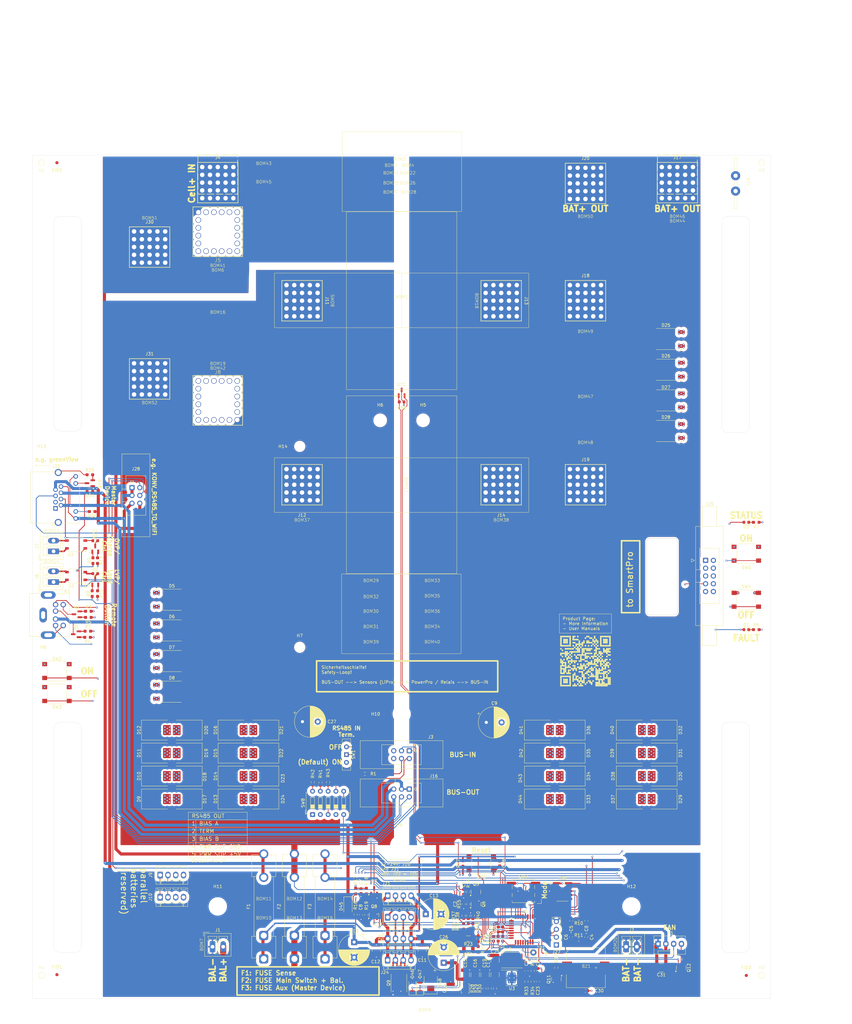
<source format=kicad_pcb>
(kicad_pcb
	(version 20241229)
	(generator "pcbnew")
	(generator_version "9.0")
	(general
		(thickness 1.627)
		(legacy_teardrops no)
	)
	(paper "A2" portrait)
	(layers
		(0 "F.Cu" signal)
		(4 "In1.Cu" signal)
		(6 "In2.Cu" signal)
		(8 "In3.Cu" signal)
		(10 "In4.Cu" signal)
		(2 "B.Cu" signal)
		(9 "F.Adhes" user "F.Adhesive")
		(11 "B.Adhes" user "B.Adhesive")
		(13 "F.Paste" user)
		(15 "B.Paste" user)
		(5 "F.SilkS" user "F.Silkscreen")
		(7 "B.SilkS" user "B.Silkscreen")
		(1 "F.Mask" user)
		(3 "B.Mask" user)
		(17 "Dwgs.User" user "User.Drawings")
		(19 "Cmts.User" user "User.Comments")
		(21 "Eco1.User" user "User.Eco1")
		(23 "Eco2.User" user "User.Eco2")
		(25 "Edge.Cuts" user)
		(27 "Margin" user)
		(31 "F.CrtYd" user "F.Courtyard")
		(29 "B.CrtYd" user "B.Courtyard")
		(35 "F.Fab" user)
		(33 "B.Fab" user)
		(39 "User.1" user)
		(41 "User.2" user)
		(43 "User.3" user)
		(45 "User.4" user)
		(47 "User.5" user)
		(49 "User.6" user)
		(51 "User.7" user)
		(53 "User.8" user)
		(55 "User.9" user)
	)
	(setup
		(stackup
			(layer "F.SilkS"
				(type "Top Silk Screen")
			)
			(layer "F.Paste"
				(type "Top Solder Paste")
			)
			(layer "F.Mask"
				(type "Top Solder Mask")
				(thickness 0.01)
			)
			(layer "F.Cu"
				(type "copper")
				(thickness 0.07)
			)
			(layer "dielectric 1"
				(type "prepreg")
				(thickness 0.1)
				(material "FR4")
				(epsilon_r 4.5)
				(loss_tangent 0.02)
			)
			(layer "In1.Cu"
				(type "copper")
				(thickness 0.07)
			)
			(layer "dielectric 2"
				(type "core")
				(thickness 0.4785)
				(material "FR4")
				(epsilon_r 4.5)
				(loss_tangent 0.02)
			)
			(layer "In2.Cu"
				(type "copper")
				(thickness 0.07)
			)
			(layer "dielectric 3"
				(type "prepreg")
				(thickness 0.1)
				(material "FR4")
				(epsilon_r 4.5)
				(loss_tangent 0.02)
			)
			(layer "In3.Cu"
				(type "copper")
				(thickness 0.035)
			)
			(layer "dielectric 4"
				(type "core")
				(thickness 0.4785)
				(material "FR4")
				(epsilon_r 4.5)
				(loss_tangent 0.02)
			)
			(layer "In4.Cu"
				(type "copper")
				(thickness 0.035)
			)
			(layer "dielectric 5"
				(type "prepreg")
				(thickness 0.1)
				(material "FR4")
				(epsilon_r 4.5)
				(loss_tangent 0.02)
			)
			(layer "B.Cu"
				(type "copper")
				(thickness 0.07)
			)
			(layer "B.Mask"
				(type "Bottom Solder Mask")
				(thickness 0.01)
			)
			(layer "B.Paste"
				(type "Bottom Solder Paste")
			)
			(layer "B.SilkS"
				(type "Bottom Silk Screen")
			)
			(copper_finish "None")
			(dielectric_constraints no)
		)
		(pad_to_mask_clearance 0)
		(allow_soldermask_bridges_in_footprints no)
		(tenting front back)
		(aux_axis_origin 52.5 120)
		(grid_origin 173 120)
		(pcbplotparams
			(layerselection 0x00000000_00000000_55555555_5755f5ff)
			(plot_on_all_layers_selection 0x00000000_00000000_00000000_00000000)
			(disableapertmacros no)
			(usegerberextensions no)
			(usegerberattributes yes)
			(usegerberadvancedattributes yes)
			(creategerberjobfile yes)
			(dashed_line_dash_ratio 12.000000)
			(dashed_line_gap_ratio 3.000000)
			(svgprecision 4)
			(plotframeref no)
			(mode 1)
			(useauxorigin no)
			(hpglpennumber 1)
			(hpglpenspeed 20)
			(hpglpendiameter 15.000000)
			(pdf_front_fp_property_popups yes)
			(pdf_back_fp_property_popups yes)
			(pdf_metadata yes)
			(pdf_single_document no)
			(dxfpolygonmode yes)
			(dxfimperialunits yes)
			(dxfusepcbnewfont yes)
			(psnegative no)
			(psa4output no)
			(plot_black_and_white yes)
			(sketchpadsonfab no)
			(plotpadnumbers no)
			(hidednponfab no)
			(sketchdnponfab yes)
			(crossoutdnponfab yes)
			(subtractmaskfromsilk no)
			(outputformat 1)
			(mirror no)
			(drillshape 1)
			(scaleselection 1)
			(outputdirectory "")
		)
	)
	(net 0 "")
	(net 1 "GND")
	(net 2 "Net-(D48-K)")
	(net 3 "VCC")
	(net 4 "Net-(Q3-B)")
	(net 5 "/RESET")
	(net 6 "/SET")
	(net 7 "/Ub_FUSED")
	(net 8 "Net-(D3-K)")
	(net 9 "Net-(U3-VIN)")
	(net 10 "/BMS_OK")
	(net 11 "Net-(J26-~{RESET})")
	(net 12 "Net-(U3-BST)")
	(net 13 "Net-(U3-SW)")
	(net 14 "Net-(C23-Pad1)")
	(net 15 "Net-(Q4-B)")
	(net 16 "Net-(U3-FB)")
	(net 17 "/B")
	(net 18 "/A")
	(net 19 "Net-(D1-K)")
	(net 20 "/BTN_ON")
	(net 21 "/BTN_OFF")
	(net 22 "/control/SWCLK")
	(net 23 "Net-(D2-K)")
	(net 24 "Net-(Q5-B)")
	(net 25 "/control/SWDIO")
	(net 26 "Net-(D3-A)")
	(net 27 "Net-(Q1-B)")
	(net 28 "/LVP")
	(net 29 "/OVP")
	(net 30 "Net-(Q2-B)")
	(net 31 "Net-(Q6-B)")
	(net 32 "/LED_ERROR")
	(net 33 "/LED_ON")
	(net 34 "Net-(D4-A)")
	(net 35 "Net-(D45-K)")
	(net 36 "/BMS_OK_PROTECTED")
	(net 37 "/control/R2")
	(net 38 "/control/R1")
	(net 39 "/control/BTN_OFF")
	(net 40 "/control/BTN_ON")
	(net 41 "Net-(BZ1--)")
	(net 42 "Net-(Q8-B)")
	(net 43 "Net-(D45-A)")
	(net 44 "Net-(J15-Pin_3)")
	(net 45 "Net-(J6-Pin_2)")
	(net 46 "Net-(J6-Pin_1)")
	(net 47 "/~{OC_FAULT}")
	(net 48 "/LVP_IN")
	(net 49 "/OVP_IN")
	(net 50 "Net-(D4-K)")
	(net 51 "Net-(J7-Pin_1)")
	(net 52 "/control/RELAIS_RESET")
	(net 53 "/control/RELAIS_SET")
	(net 54 "unconnected-(J3-Pin_5-Pad5)")
	(net 55 "unconnected-(J3-Pin_6-Pad6)")
	(net 56 "Net-(J7-Pin_2)")
	(net 57 "/BAT+_IN")
	(net 58 "/BAT+_SI")
	(net 59 "/BAT+_OUT")
	(net 60 "/B_OUT")
	(net 61 "/A_OUT")
	(net 62 "/GND_OUT")
	(net 63 "/+5V_OUT")
	(net 64 "/~{OC_FAULT_PROTECTED}")
	(net 65 "Net-(J21-Pin_2)")
	(net 66 "Net-(J21-Pin_3)")
	(net 67 "Net-(J22-Pin_2)")
	(net 68 "Net-(J22-Pin_3)")
	(net 69 "Net-(J25-Pad10)")
	(net 70 "Net-(Q10-C)")
	(net 71 "Net-(Q2-C)")
	(net 72 "Net-(Q2-E)")
	(net 73 "Net-(Q1-C)")
	(net 74 "Net-(Q3-E)")
	(net 75 "Net-(Q1-E)")
	(net 76 "Net-(Q4-E)")
	(net 77 "Net-(Q7-B)")
	(net 78 "Net-(Q10-E)")
	(net 79 "Net-(Q10-B)")
	(net 80 "Net-(Q11-B)")
	(net 81 "Net-(SW1-A)")
	(net 82 "Net-(U3-EN{slash}UVLO)")
	(net 83 "Net-(U3-RON)")
	(net 84 "unconnected-(J9-Pin_3-Pad3)")
	(net 85 "unconnected-(J9-Pin_4-Pad4)")
	(net 86 "unconnected-(J10-Pin_3-Pad3)")
	(net 87 "unconnected-(J10-Pin_4-Pad4)")
	(net 88 "/VCC_FROM_SmartPro")
	(net 89 "unconnected-(J26-KEY-Pad7)")
	(net 90 "unconnected-(SW1-C-Pad2)")
	(net 91 "unconnected-(U3-PGOOD-Pad6)")
	(net 92 "/control/ADC1_IN3_U_IN")
	(net 93 "/control/ADC1_IN4_U_OUT")
	(net 94 "/control/USART1_RX")
	(net 95 "/control/USART1_TX")
	(net 96 "/control/buzzer")
	(net 97 "Net-(U5-PB7)")
	(net 98 "Net-(U5-PB8)")
	(net 99 "Net-(U5-PB9)")
	(net 100 "Net-(U5-PB6)")
	(net 101 "unconnected-(U5-PA10-Pad21)")
	(net 102 "unconnected-(U5-PA11-Pad22)")
	(net 103 "/control/FAN_TACHO")
	(net 104 "Net-(M1-PWM)")
	(net 105 "/control/FAN_PWM")
	(net 106 "Net-(U5-PA5)")
	(net 107 "/control/tempsensor")
	(net 108 "5V3_FROM_SmartPro")
	(net 109 "Net-(R41-Pad2)")
	(net 110 "Net-(R42-Pad2)")
	(net 111 "Net-(R43-Pad2)")
	(footprint "Package_SO:SO-4_4.4x4.3mm_P2.54mm" (layer "F.Cu") (at 66.75 257.25 180))
	(footprint "Diode_SMD:D_SMC" (layer "F.Cu") (at 248 307.5))
	(footprint "Diode_SMD:D_SMC" (layer "F.Cu") (at 128 315 180))
	(footprint "Diode_SMD:D_SMC" (layer "F.Cu") (at 118 322.5))
	(footprint "Connector:FanPinHeader_1x04_P2.54mm_Vertical" (layer "F.Cu") (at 256.7 377.2))
	(footprint "Capacitor_SMD:C_0603_1608Metric" (layer "F.Cu") (at 193.25 364.25 90))
	(footprint "myBOM:BOM_PART_2x2mm" (layer "F.Cu") (at 140.5 227.5))
	(footprint "myBOM:BOM_PART_2x2mm" (layer "F.Cu") (at 163 275))
	(footprint "myConnector:IDC-Header_2x03_P2.54mm_Vertical_latch" (layer "F.Cu") (at 175.5 326.7475 -90))
	(footprint "Resistor_SMD:R_0603_1608Metric_Pad0.98x0.95mm_HandSolder" (layer "F.Cu") (at 161 321.75 180))
	(footprint "myBOM:BOM_PART_2x2mm" (layer "F.Cu") (at 183 275))
	(footprint "Capacitor_SMD:C_0603_1608Metric" (layer "F.Cu") (at 193.25 360.25 90))
	(footprint "MountingHole:MountingHole_4mm" (layer "F.Cu") (at 180 206.5))
	(footprint "Button_Switch_SMD:SW_SPST_Omron_B3FS-100xP" (layer "F.Cu") (at 285.5 265))
	(footprint "Diode_SMD:D_SMC" (layer "F.Cu") (at 228 330 180))
	(footprint "LED_SMD:LED_0603_1608Metric" (layer "F.Cu") (at 73 245.75 180))
	(footprint "myPackage_SO:HSOP-8-1EP_3.9x4.9mm_P1.27mm_EP2.41x3.1mm_ThermalVias_0.3mm" (layer "F.Cu") (at 208.955 388.3))
	(footprint "Capacitor_SMD:C_0603_1608Metric" (layer "F.Cu") (at 159.75 367.75 90))
	(footprint "MountingHole:MountingHole_5.5mm" (layer "F.Cu") (at 248 365))
	(footprint "myQR:qr_PowerPro_209_silkscreen"
		(layer "F.Cu")
		(uuid "0fdb1fdc-1192-4f06-82b8-eda5ee6260df")
		(at 233 285)
		(property "Reference" "GRAPHIC1"
			(at 0 9.75 0)
			(layer "F.SilkS")
			(hide yes)
			(uuid "19738e81-8475-495b-bc9e-553e367ddb4a")
			(effects
				(font
					(size 1 1)
					(thickness 0.15)
				)
			)
		)
		(property "Value" "QR_Code"
			(at 0 -9.75 0)
			(layer "F.SilkS")
			(hide yes)
			(uuid "9bb5d3fe-1222-47a3-9c10-8cd2a66d7f43")
			(effects
				(font
					(size 1 1)
					(thickness 0.15)
				)
			)
		)
		(property "Datasheet" ""
			(at 0 0 0)
			(layer "F.Fab")
			(hide yes)
			(uuid "0dd64b8b-258b-4a26-bfad-7a59464595ef")
			(effects
				(font
					(size 1.27 1.27)
					(thickness 0.15)
				)
			)
		)
		(property "Description" ""
			(at 0 0 0)
			(layer "F.Fab")
			(hide yes)
			(uuid "edb02ec6-133a-4f76-a460-d51d5ad48392")
			(effects
				(font
					(size 1.27 1.27)
					(thickness 0.15)
				)
			)
		)
		(path "/ed5c3467-b27a-45f1-8f58-e67286f004f2/73341fae-641b-468b-9b43-cb68a809301b")
		(sheetname "/bom/")
		(sheetfile "bom.kicad_sch")
		(attr exclude_from_bom)
		(fp_rect
			(start -8.25 -8.25)
			(end -7.75 -7.75)
			(stroke
				(width 0)
				(type default)
			)
			(fill yes)
			(layer "F.SilkS")
			(uuid "ced088e0-3e70-4093-a9d1-abf34108f401")
		)
		(fp_rect
			(start -8.25 -7.75)
			(end -7.75 -7.25)
			(stroke
				(width 0)
				(type default)
			)
			(fill yes)
			(layer "F.SilkS")
			(uuid "23829c24-8d5b-4f1b-8687-438e8d7b5d90")
		)
		(fp_rect
			(start -8.25 -7.25)
			(end -7.75 -6.75)
			(stroke
				(width 0)
				(type default)
			)
			(fill yes)
			(layer "F.SilkS")
			(uuid "7e069f82-6121-4874-b387-193fe7adb167")
		)
		(fp_rect
			(start -8.25 -6.75)
			(end -7.75 -6.25)
			(stroke
				(width 0)
				(type default)
			)
			(fill yes)
			(layer "F.SilkS")
			(uuid "cab0dfae-149e-4aec-b477-71c63233ae41")
		)
		(fp_rect
			(start -8.25 -6.25)
			(end -7.75 -5.75)
			(stroke
				(width 0)
				(type default)
			)
			(fill yes)
			(layer "F.SilkS")
			(uuid "4143aa4f-060f-4a52-b05e-e09e34cdea85")
		)
		(fp_rect
			(start -8.25 -5.75)
			(end -7.75 -5.25)
			(stroke
				(width 0)
				(type default)
			)
			(fill yes)
			(layer "F.SilkS")
			(uuid "c4e5c11f-4df0-4b7d-9cd7-f817b0f21ad3")
		)
		(fp_rect
			(start -8.25 -5.25)
			(end -7.75 -4.75)
			(stroke
				(width 0)
				(type default)
			)
			(fill yes)
			(layer "F.SilkS")
			(uuid "4f48c4d2-3b94-461a-a739-bd282f8a9320")
		)
		(fp_rect
			(start -8.25 -4.25)
			(end -7.75 -3.75)
			(stroke
				(width 0)
				(type default)
			)
			(fill yes)
			(layer "F.SilkS")
			(uuid "128d345e-f4cc-4719-9dd5-d71a7072b842")
		)
		(fp_rect
			(start -8.25 -2.75)
			(end -7.75 -2.25)
			(stroke
				(width 0)
				(type default)
			)
			(fill yes)
			(layer "F.SilkS")
			(uuid "47759031-937b-45c7-a84e-ea068594812c")
		)
		(fp_rect
			(start -8.25 -2.25)
			(end -7.75 -1.75)
			(stroke
				(width 0)
				(type default)
			)
			(fill yes)
			(layer "F.SilkS")
			(uuid "99424603-d2ea-4183-85b0-d4dfba73541b")
		)
		(fp_rect
			(start -8.25 -0.75)
			(end -7.75 -0.25)
			(stroke
				(width 0)
				(type default)
			)
			(fill yes)
			(layer "F.SilkS")
			(uuid "0e984c91-db6e-4fe1-a14d-655afe025966")
		)
		(fp_rect
			(start -8.25 -0.25)
			(end -7.75 0.25)
			(stroke
				(width 0)
				(type default)
			)
			(fill yes)
			(layer "F.SilkS")
			(uuid "1af88721-a4d9-4bca-8db7-11d28234ce81")
		)
		(fp_rect
			(start -8.25 0.25)
			(end -7.75 0.75)
			(stroke
				(width 0)
				(type default)
			)
			(fill yes)
			(layer "F.SilkS")
			(uuid "a7c66d3f-5c5a-4b1b-a861-fe2d5979b937")
		)
		(fp_rect
			(start -8.25 1.25)
			(end -7.75 1.75)
			(stroke
				(width 0)
				(type default)
			)
			(fill yes)
			(layer "F.SilkS")
			(uuid "ae957d7a-cc9b-4071-a63e-67a94e62bd14")
		)
		(fp_rect
			(start -8.25 1.75)
			(end -7.75 2.25)
			(stroke
				(width 0)
				(type default)
			)
			(fill yes)
			(layer "F.SilkS")
			(uuid "63d14564-ea1d-4358-8e44-08ca78097e91")
		)
		(fp_rect
			(start -8.25 2.25)
			(end -7.75 2.75)
			(stroke
				(width 0)
				(type default)
			)
			(fill yes)
			(layer "F.SilkS")
			(uuid "c40e4167-5561-4633-a1b6-dbc9854d956a")
		)
		(fp_rect
			(start -8.25 2.75)
			(end -7.75 3.25)
			(stroke
				(width 0)
				(type default)
			)
			(fill yes)
			(layer "F.SilkS")
			(uuid "61db4527-4053-4e69-934c-242d9ea55d7b")
		)
		(fp_rect
			(start -8.25 3.25)
			(end -7.75 3.75)
			(stroke
				(width 0)
				(type default)
			)
			(fill yes)
			(layer "F.SilkS")
			(uuid "a528afef-cd90-444e-8830-821e1705dfc8")
		)
		(fp_rect
			(start -8.25 3.75)
			(end -7.75 4.25)
			(stroke
				(width 0)
				(type default)
			)
			(fill yes)
			(layer "F.SilkS")
			(uuid "ce2ecc3f-32df-4013-8ba2-5db37a69a68e")
		)
		(fp_rect
			(start -8.25 4.75)
			(end -7.75 5.25)
			(stroke
				(width 0)
				(type default)
			)
			(fill yes)
			(layer "F.SilkS")
			(uuid "889c601e-fe2b-43e9-9eaf-0263a459b9f0")
		)
		(fp_rect
			(start -8.25 5.25)
			(end -7.75 5.75)
			(stroke
				(width 0)
				(type default)
			)
			(fill yes)
			(layer "F.SilkS")
			(uuid "9838e3ba-c998-431f-b805-d0d962b51a4c")
		)
		(fp_rect
			(start -8.25 5.75)
			(end -7.75 6.25)
			(stroke
				(width 0)
				(type default)
			)
			(fill yes)
			(layer "F.SilkS")
			(uuid "19868ad1-09ff-4882-a102-75da179bd63a")
		)
		(fp_rect
			(start -8.25 6.25)
			(end -7.75 6.75)
			(stroke
				(width 0)
				(type default)
			)
			(fill yes)
			(layer "F.SilkS")
			(uuid "5feebeb9-1e39-4854-a11d-00ce2b4ecea3")
		)
		(fp_rect
			(start -8.25 6.75)
			(end -7.75 7.25)
			(stroke
				(width 0)
				(type default)
			)
			(fill yes)
			(layer "F.SilkS")
			(uuid "d33d36be-fd40-4332-b99c-a8565e099fbc")
		)
		(fp_rect
			(start -8.25 7.25)
			(end -7.75 7.75)
			(stroke
				(width 0)
				(type default)
			)
			(fill yes)
			(layer "F.SilkS")
			(uuid "d759f654-cd37-4549-8211-d4051a0b0127")
		)
		(fp_rect
			(start -8.25 7.75)
			(end -7.75 8.25)
			(stroke
				(width 0)
				(type default)
			)
			(fill yes)
			(layer "F.SilkS")
			(uuid "ddc5dcce-ca01-4ed4-b6fe-8d27231e7c43")
		)
		(fp_rect
			(start -7.75 -8.25)
			(end -7.25 -7.75)
			(stroke
				(width 0)
				(type default)
			)
			(fill yes)
			(layer "F.SilkS")
			(uuid "30730094-0775-4fec-8dc8-18cc13471d4d")
		)
		(fp_rect
			(start -7.75 -5.25)
			(end -7.25 -4.75)
			(stroke
				(width 0)
				(type default)
			)
			(fill yes)
			(layer "F.SilkS")
			(uuid "1dd19205-0e01-4be5-abb3-ff004b3f0aa9")
		)
		(fp_rect
			(start -7.75 -3.75)
			(end -7.25 -3.25)
			(stroke
				(width 0)
				(type default)
			)
			(fill yes)
			(layer "F.SilkS")
			(uuid "a4065cec-f61f-4003-9a06-8b425fa917bc")
		)
		(fp_rect
			(start -7.75 -2.75)
			(end -7.25 -2.25)
			(stroke
				(width 0)
				(type default)
			)
			(fill yes)
			(layer "F.SilkS")
			(uuid "cea86257-f189-41c6-a900-8c62850e8c11")
		)
		(fp_rect
			(start -7.75 -1.75)
			(end -7.25 -1.25)
			(stroke
				(width 0)
				(type default)
			)
			(fill yes)
			(layer "F.SilkS")
			(uuid "e72eb618-2f2a-4430-8e1f-5faf02454903")
		)
		(fp_rect
			(start -7.75 -0.25)
			(end -7.25 0.25)
			(stroke
				(width 0)
				(type default)
			)
			(fill yes)
			(layer "F.SilkS")
			(uuid "9e9ffbe6-dbbd-4cb2-a92d-be08a914719a")
		)
		(fp_rect
			(start -7.75 0.25)
			(end -7.25 0.75)
			(stroke
				(width 0)
				(type default)
			)
			(fill yes)
			(layer "F.SilkS")
			(uuid "9a97130d-5e92-4f54-b325-5c0aa905aa44")
		)
		(fp_rect
			(start -7.75 0.75)
			(end -7.25 1.25)
			(stroke
				(width 0)
				(type default)
			)
			(fill yes)
			(layer "F.SilkS")
			(uuid "0b5cd29b-6b6c-4428-8278-c899b63b9e61")
		)
		(fp_rect
			(start -7.75 1.25)
			(end -7.25 1.75)
			(stroke
				(width 0)
				(type default)
			)
			(fill yes)
			(layer "F.SilkS")
			(uuid "a91f66bb-2904-40ee-b38c-b2a8c9c5f117")
		)
		(fp_rect
			(start -7.75 2.25)
			(end -7.25 2.75)
			(stroke
				(width 0)
				(type default)
			)
			(fill yes)
			(layer "F.SilkS")
			(uuid "c8197d20-54c7-4eee-8ca2-a07f0ea3ee49")
		)
		(fp_rect
			(start -7.75 3.75)
			(end -7.25 4.25)
			(stroke
				(width 0)
				(type default)
			)
			(fill yes)
			(layer "F.SilkS")
			(uuid "6754d6f7-316c-4dd1-8798-bb8aeb38012d")
		)
		(fp_rect
			(start -7.75 4.75)
			(end -7.25 5.25)
			(stroke
				(width 0)
				(type default)
			)
			(fill yes)
			(layer "F.SilkS")
			(uuid "44ddb113-c351-4642-9754-3f4a8b13b427")
		)
		(fp_rect
			(start -7.75 7.75)
			(end -7.25 8.25)
			(stroke
				(width 0)
				(type default)
			)
			(fill yes)
			(layer "F.SilkS")
			(uuid "637e8f29-08d6-42c3-a03e-9b740289e73e")
		)
		(fp_rect
			(start -7.25 -8.25)
			(end -6.75 -7.75)
			(stroke
				(width 0)
				(type default)
			)
			(fill yes)
			(layer "F.SilkS")
			(uuid "19214cdc-4c3d-4061-a228-a08f5e71b1a5")
		)
		(fp_rect
			(start -7.25 -7.25)
			(end -6.75 -6.75)
			(stroke
				(width 0)
				(type default)
			)
			(fill yes)
			(layer "F.SilkS")
			(uuid "f1292a0c-0da9-4d89-97f3-f02b12e8c5cc")
		)
		(fp_rect
			(start -7.25 -6.75)
			(end -6.75 -6.25)
			(stroke
				(width 0)
				(type default)
			)
			(fill yes)
			(layer "F.SilkS")
			(uuid "f0e427ff-5445-4068-9c01-e44beb453397")
		)
		(fp_rect
			(start -7.25 -6.25)
			(end -6.75 -5.75)
			(stroke
				(width 0)
				(type default)
			)
			(fill yes)
			(layer "F.SilkS")
			(uuid "2d0ad52a-a329-4299-8ede-0d991b7d8f56")
		)
		(fp_rect
			(start -7.25 -5.25)
			(end -6.75 -4.75)
			(stroke
				(width 0)
				(type default)
			)
			(fill yes)
			(layer "F.SilkS")
			(uuid "c5af1a47-63b6-4496-875a-c6506369fa03")
		)
		(fp_rect
			(start -7.25 -2.75)
			(end -6.75 -2.25)
			(stroke
				(width 0)
				(type default)
			)
			(fill yes)
			(layer "F.SilkS")
			(uuid "f3c52b5d-02bb-4e49-b483-2bad369e405e")
		)
		(fp_rect
			(start -7.25 -0.75)
			(end -6.75 -0.25)
			(stroke
				(width 0)
				(type default)
			)
			(fill yes)
			(layer "F.SilkS")
			(uuid "ba735f57-cb3c-4c59-a635-74652a6ee392")
		)
		(fp_rect
			(start -7.25 0.25)
			(end -6.75 0.75)
			(stroke
				(width 0)
				(type default)
			)
			(fill yes)
			(layer "F.SilkS")
			(uuid "59d20cc7-ee0b-4e0f-ad20-428b6385cd77")
		)
		(fp_rect
			(start -7.25 1.25)
			(end -6.75 1.75)
			(stroke
				(width 0)
				(type default)
			)
			(fill yes)
			(layer "F.SilkS")
			(uuid "63312d76-4b59-4228-b64d-3d87e89b4c99")
		)
		(fp_rect
			(start -7.25 2.25)
			(end -6.75 2.75)
			(stroke
				(width 0)
				(type default)
			)
			(fill yes)
			(layer "F.SilkS")
			(uuid "20efc785-f512-40e1-8f10-6efc6a0540b4")
		)
		(fp_rect
			(start -7.25 2.75)
			(end -6.75 3.25)
			(stroke
				(width 0)
				(type default)
			)
			(fill yes)
			(layer "F.SilkS")
			(uuid "6609d86b-c352-48cc-8291-1ecec96c7f8d")
		)
		(fp_rect
			(start -7.25 3.25)
			(end -6.75 3.75)
			(stroke
				(width 0)
				(type default)
			)
			(fill yes)
			(layer "F.SilkS")
			(uuid "f60fb73f-997a-4508-ad9d-82b6bf98584c")
		)
		(fp_rect
			(start -7.25 3.75)
			(end -6.75 4.25)
			(stroke
				(width 0)
				(type default)
			)
			(fill yes)
			(layer "F.SilkS")
			(uuid "6540d100-c845-494a-88af-99cbea216323")
		)
		(fp_rect
			(start -7.25 4.75)
			(end -6.75 5.25)
			(stroke
				(width 0)
				(type default)
			)
			(fill yes)
			(layer "F.SilkS")
			(uuid "cc25c20d-bdc8-405b-8306-2706a91163f2")
		)
		(fp_rect
			(start -7.25 5.75)
			(end -6.75 6.25)
			(stroke
				(width 0)
				(type default)
			)
			(fill yes)
			(layer "F.SilkS")
			(uuid "606f0f0a-2de7-4deb-ba2d-e7635f680a15")
		)
		(fp_rect
			(start -7.25 6.25)
			(end -6.75 6.75)
			(stroke
				(width 0)
				(type default)
			)
			(fill yes)
			(layer "F.SilkS")
			(uuid "73c06146-4fdf-44e1-90c2-1c0ca9cbd524")
		)
		(fp_rect
			(start -7.25 6.75)
			(end -6.75 7.25)
			(stroke
				(width 0)
				(type default)
			)
			(fill yes)
			(layer "F.SilkS")
			(uuid "44221dc8-50e8-41dc-942e-9584ce001ca6")
		)
		(fp_rect
			(start -7.25 7.75)
			(end -6.75 8.25)
			(stroke
				(width 0)
				(type default)
			)
			(fill yes)
			(layer "F.SilkS")
			(uuid "b1a315d1-065d-4b28-a47b-909e8e6ca824")
		)
		(fp_rect
			(start -6.75 -8.25)
			(end -6.25 -7.75)
			(stroke
				(width 0)
				(type default)
			)
			(fill yes)
			(layer "F.SilkS")
			(uuid "a8cde4e5-36e7-47a1-9102-438c012faeee")
		)
		(fp_rect
			(start -6.75 -7.25)
			(end -6.25 -6.75)
			(stroke
				(width 0)
				(type default)
			)
			(fill yes)
			(layer "F.SilkS")
			(uuid "ff0f61d7-4274-40f7-bd38-a3f5a06339d5")
		)
		(fp_rect
			(start -6.75 -6.75)
			(end -6.25 -6.25)
			(stroke
				(width 0)
				(type default)
			)
			(fill yes)
			(layer "F.SilkS")
			(uuid "2316b667-0d7a-40f1-b248-32efeab3861d")
		)
		(fp_rect
			(start -6.75 -6.25)
			(end -6.25 -5.75)
			(stroke
				(width 0)
				(type default)
			)
			(fill yes)
			(layer "F.SilkS")
			(uuid "b9aa9911-8245-4e5f-8e39-7e63452505f8")
		)
		(fp_rect
			(start -6.75 -5.25)
			(end -6.25 -4.75)
			(stroke
				(width 0)
				(type default)
			)
			(fill yes)
			(layer "F.SilkS")
			(uuid "68702d70-3081-4a2d-b8fc-6d086253dc3f")
		)
		(fp_rect
			(start -6.75 -4.25)
			(end -6.25 -3.75)
			(stroke
				(width 0)
				(type default)
			)
			(fill yes)
			(layer "F.SilkS")
			(uuid "70b0564e-0c3d-4483-99ed-fe69adf38250")
		)
		(fp_rect
			(start -6.75 -3.25)
			(end -6.25 -2.75)
			(stroke
				(width 0)
				(type default)
			)
			(fill yes)
			(layer "F.SilkS")
			(uuid "b1d9286f-aae1-4a04-906f-19b7972cb4a5")
		)
		(fp_rect
			(start -6.75 -2.75)
			(end -6.25 -2.25)
			(stroke
				(width 0)
				(type default)
			)
			(fill yes)
			(layer "F.SilkS")
			(uuid "f663a019-f7dd-42ec-9d2b-99d9f00453f8")
		)
		(fp_rect
			(start -6.75 -2.25)
			(end -6.25 -1.75)
			(stroke
				(width 0)
				(type default)
			)
			(fill yes)
			(layer "F.SilkS")
			(uuid "8066b7d5-1208-434d-85fa-b5d7d8e2ec1f")
		)
		(fp_rect
			(start -6.75 -1.75)
			(end -6.25 -1.25)
			(stroke
				(width 0)
				(type default)
			)
			(fill yes)
			(layer "F.SilkS")
			(uuid "49e61c7b-1f94-43f3-a7c5-16ac83a8d7a6")
		)
		(fp_rect
			(start -6.75 0.25)
			(end -6.25 0.75)
			(stroke
				(width 0)
				(type default)
			)
			(fill yes)
			(layer "F.SilkS")
			(uuid "3557438b-74ff-42f0-8f0d-077dfb5622f9")
		)
		(fp_rect
			(start -6.75 0.75)
			(end -6.25 1.25)
			(stroke
				(width 0)
				(type default)
			)
			(fill yes)
			(layer "F.SilkS")
			(uuid "a4dd4d3c-92eb-44ce-b1d3-dd1f8790f05f")
		)
		(fp_rect
			(start -6.75 1.25)
			(end -6.25 1.75)
			(stroke
				(width 0)
				(type default)
			)
			(fill yes)
			(layer "F.SilkS")
			(uuid "5cc61381-26c9-49fe-ab21-fc66920144ff")
		)
		(fp_rect
			(start -6.75 1.75)
			(end -6.25 2.25)
			(stroke
				(width 0)
				(type default)
			)
			(fill yes)
			(layer "F.SilkS")
			(uuid "c0c42bf0-938a-4f5c-a691-07395d6c7fee")
		)
		(fp_rect
			(start -6.75 2.25)
			(end -6.25 2.75)
			(stroke
				(width 0)
				(type default)
			)
			(fill yes)
			(layer "F.SilkS")
			(uuid "d89eadeb-368e-4935-8e55-5152aa73bccf")
		)
		(fp_rect
			(start -6.75 2.75)
			(end -6.25 3.25)
			(stroke
				(width 0)
				(type default)
			)
			(fill yes)
			(layer "F.SilkS")
			(uuid "3b8edb82-ea3f-40f6-831b-2585a3329c70")
		)
		(fp_rect
			(start -6.75 3.25)
			(end -6.25 3.75)
			(stroke
				(width 0)
				(type default)
			)
			(fill yes)
			(layer "F.SilkS")
			(uuid "bdb640b4-c501-46de-8280-ec37141d49b7")
		)
		(fp_rect
			(start -6.75 4.75)
			(end -6.25 5.25)
			(stroke
				(width 0)
				(type default)
			)
			(fill yes)
			(layer "F.SilkS")
			(uuid "2fb43963-4df7-46b7-897d-fa6b0f9de670")
		)
		(fp_rect
			(start -6.75 5.75)
			(end -6.25 6.25)
			(stroke
				(width 0)
				(type default)
			)
			(fill yes)
			(layer "F.SilkS")
			(uuid "49142ff5-0712-42e7-ac38-15e07be2ad11")
		)
		(fp_rect
			(start -6.75 6.25)
			(end -6.25 6.75)
			(stroke
				(width 0)
				(type default)
			)
			(fill yes)
			(layer "F.SilkS")
			(uuid "0a4ce78e-1035-4c11-98b6-cc769f0752a1")
		)
		(fp_rect
			(start -6.75 6.75)
			(end -6.25 7.25)
			(stroke
				(width 0)
				(type default)
			)
			(fill yes)
			(layer "F.SilkS")
			(uuid "517bbbb1-f343-4089-ac88-d0ab7395b77c")
		)
		(fp_rect
			(start -6.75 7.75)
			(end -6.25 8.25)
			(stroke
				(width 0)
				(type default)
			)
			(fill yes)
			(layer "F.SilkS")
			(uuid "6f9b2c3f-c82b-412f-b2c1-e62d3b51b53f")
		)
		(fp_rect
			(start -6.25 -8.25)
			(end -5.75 -7.75)
			(stroke
				(width 0)
				(type default)
			)
			(fill yes)
			(layer "F.SilkS")
			(uuid "4a209218-4d30-42ec-9c10-31ce0d052081")
		)
		(fp_rect
			(start -6.25 -7.25)
			(end -5.75 -6.75)
			(stroke
				(width 0)
				(type default)
			)
			(fill yes)
			(layer "F.SilkS")
			(uuid "8970be56-00f2-4f94-8792-6bb31cc87db0")
		)
		(fp_rect
			(start -6.25 -6.75)
			(end -5.75 -6.25)
			(stroke
				(width 0)
				(type default)
			)
			(fill yes)
			(layer "F.SilkS")
			(uuid "56b5713e-9a17-4d90-acfc-711819b2a882")
		)
		(fp_rect
			(start -6.25 -6.25)
			(end -5.75 -5.75)
			(stroke
				(width 0)
				(type default)
			)
			(fill yes)
			(layer "F.SilkS")
			(uuid "96716521-961d-4cc6-a9c5-30ad661b2bca")
		)
		(fp_rect
			(start -6.25 -5.25)
			(end -5.75 -4.75)
			(stroke
				(width 0)
				(type default)
			)
			(fill yes)
			(layer "F.SilkS")
			(uuid "ae77da63-0fc9-4383-a827-b3a70acc4b3b")
		)
		(fp_rect
			(start -6.25 -4.25)
			(end -5.75 -3.75)
			(stroke
				(width 0)
				(type default)
			)
			(fill yes)
			(layer "F.SilkS")
			(uuid "0a987c93-225c-4d48-8b12-e04f89eb9be8")
		)
		(fp_rect
			(start -6.25 -3.25)
			(end -5.75 -2.75)
			(stroke
				(width 0)
				(type default)
			)
			(fill yes)
			(layer "F.SilkS")
			(uuid "c891f395-1fba-4ca6-8e2a-c20a92a7359c")
		)
		(fp_rect
			(start -6.25 -2.75)
			(end -5.75 -2.25)
			(stroke
				(width 0)
				(type default)
			)
			(fill yes)
			(layer "F.SilkS")
			(uuid "f1c37ad8-6554-44c7-9790-9bee36f7a11f")
		)
		(fp_rect
			(start -6.25 -2.25)
			(end -5.75 -1.75)
			(stroke
				(width 0)
				(type default)
			)
			(fill yes)
			(layer "F.SilkS")
			(uuid "b9b150bd-57b4-4091-83ce-d387781937d8")
		)
		(fp_rect
			(start -6.25 -1.25)
			(end -5.75 -0.75)
			(stroke
				(width 0)
				(type default)
			)
			(fill yes)
			(layer "F.SilkS")
			(uuid "5b5f76ea-5fbf-45cc-96f0-ac6b06e4bf59")
		)
		(fp_rect
			(start -6.25 -0.75)
			(end -5.75 -0.25)
			(stroke
				(width 0)
				(type default)
			)
			(fill yes)
			(layer "F.SilkS")
			(uuid "fe7528e1-edec-49e7-9a65-b8f20ec4e8ff")
		)
		(fp_rect
			(start -6.25 1.75)
			(end -5.75 2.25)
			(stroke
				(width 0)
				(type default)
			)
			(fill yes)
			(layer "F.SilkS")
			(uuid "3888c7cc-0791-4d36-959a-33905c6e56d2")
		)
		(fp_rect
			(start -6.25 3.75)
			(end -5.75 4.25)
			(stroke
				(width 0)
				(type default)
			)
			(fill yes)
			(layer "F.SilkS")
			(uuid "411c6527-d2b7-4045-b4e8-c7bdafae6f14")
		)
		(fp_rect
			(start -6.25 4.75)
			(end -5.75 5.25)
			(stroke
				(width 0)
				(type default)
			)
			(fill yes)
			(layer "F.SilkS")
			(uuid "ae1baeeb-5535-4e26-8137-e6fe0b1246c9")
		)
		(fp_rect
			(start -6.25 5.75)
			(end -5.75 6.25)
			(stroke
				(width 0)
				(type default)
			)
			(fill yes)
			(layer "F.SilkS")
			(uuid "f35ffe85-9271-4043-9a59-917d9e5089ce")
		)
		(fp_rect
			(start -6.25 6.25)
			(end -5.75 6.75)
			(stroke
				(width 0)
				(type default)
			)
			(fill yes)
			(layer "F.SilkS")
			(uuid "2913d1f0-88ec-4d72-9c55-43425d9b0c1b")
		)
		(fp_rect
			(start -6.25 6.75)
			(end -5.75 7.25)
			(stroke
				(width 0)
				(type default)
			)
			(fill yes)
			(layer "F.SilkS")
			(uuid "170c59b5-e944-421d-9dea-bed41d948bd0")
		)
		(fp_rect
			(start -6.25 7.75)
			(end -5.75 8.25)
			(stroke
				(width 0)
				(type default)
			)
			(fill yes)
			(layer "F.SilkS")
			(uuid "2c928df0-d8ee-4782-a1fe-46349e87779f")
		)
		(fp_rect
			(start -5.75 -8.25)
			(end -5.25 -7.75)
			(stroke
				(width 0)
				(type default)
			)
			(fill yes)
			(layer "F.SilkS")
			(uuid "8dae93ad-7c0d-43cc-bdb4-b7d2f94cfa98")
		)
		(fp_rect
			(start -5.75 -5.25)
			(end -5.25 -4.75)
			(stroke
				(width 0)
				(type default)
			)
			(fill yes)
			(layer "F.SilkS")
			(uuid "41d353ce-5bc9-4490-b0c9-398efd438af1")
		)
		(fp_rect
			(start -5.75 -4.25)
			(end -5.25 -3.75)
			(stroke
				(width 0)
				(type default)
			)
			(fill yes)
			(layer "F.SilkS")
			(uuid "83506d3d-25ca-4e7e-ac63-9b215ab0d3d0")
		)
		(fp_rect
			(start -5.75 -2.75)
			(end -5.25 -2.25)
			(stroke
				(width 0)
				(type default)
			)
			(fill yes)
			(layer "F.SilkS")
			(uuid "4940ea41-3de8-4062-b679-2116fee28032")
		)
		(fp_rect
			(start -5.75 -1.75)
			(end -5.25 -1.25)
			(stroke
				(width 0)
				(type default)
			)
			(fill yes)
			(layer "F.SilkS")
			(uuid "6db008c2-4110-46b5-bc55-56cd533aec8e")
		)
		(fp_rect
			(start -5.75 -1.25)
			(end -5.25 -0.75)
			(stroke
				(width 0)
				(type default)
			)
			(fill yes)
			(layer "F.SilkS")
			(uuid "98c01b7b-4701-4cac-a779-98a62cd3def1")
		)
		(fp_rect
			(start -5.75 -0.25)
			(end -5.25 0.25)
			(stroke
				(width 0)
				(type default)
			)
			(fill yes)
			(layer "F.SilkS")
			(uuid "fe2e79ba-b363-4d16-a0cc-ad41781923f1")
		)
		(fp_rect
			(start -5.75 0.25)
			(end -5.25 0.75)
			(stroke
				(width 0)
				(type default)
			)
			(fill yes)
			(layer "F.SilkS")
			(uuid "5ae1d7e5-4395-42f9-95ad-757f123146e2")
		)
		(fp_rect
			(start -5.75 1.25)
			(end -5.25 1.75)
			(stroke
				(width 0)
				(type default)
			)
			(fill yes)
			(layer "F.SilkS")
			(uuid "90e4e58c-7721-4e7e-a941-6031332814bd")
		)
		(fp_rect
			(start -5.75 1.75)
			(end -5.25 2.25)
			(stroke
				(width 0)
				(type default)
			)
			(fill yes)
			(layer "F.SilkS")
			(uuid "56b64eaa-943e-4654-8e21-4c83936ef117")
		)
		(fp_rect
			(start -5.75 2.75)
			(end -5.25 3.25)
			(stroke
				(width 0)
				(type default)
			)
			(fill yes)
			(layer "F.SilkS")
			(uuid "8c04ebe2-b411-4f1e-9bce-9908b31ae2f4")
		)
		(fp_rect
			(start -5.75 3.25)
			(end -5.25 3.75)
			(stroke
				(width 0)
				(type default)
			)
			(fill yes)
			(layer "F.SilkS")
			(uuid "836ad4e6-690d-45e9-8340-8a8b0167f41f")
		)
		(fp_rect
			(start -5.75 3.75)
			(end -5.25 4.25)
			(stroke
				(width 0)
				(type default)
			)
			(fill yes)
			(layer "F.SilkS")
			(uuid "64dd57c0-f651-455d-ae5e-504337f79b2d")
		)
		(fp_rect
			(start -5.75 4.75)
			(end -5.25 5.25)
			(stroke
				(width 0)
				(type default)
			)
			(fill yes)
			(layer "F.SilkS")
			(uuid "cf61dde8-db55-41a7-864c-d4c78cf6a3f0")
		)
		(fp_rect
			(start -5.75 7.75)
			(end -5.25 8.25)
			(stroke
				(width 0)
				(type default)
			)
			(fill yes)
			(layer "F.SilkS")
			(uuid "2e617cbf-274f-497c-a8aa-f852a3b2802d")
		)
		(fp_rect
			(start -5.25 -8.25)
			(end -4.75 -7.75)
			(stroke
				(width 0)
				(type default)
			)
			(fill yes)
			(layer "F.SilkS")
			(uuid "05993e74-d81b-448e-8372-1ab221d6f244")
		)
		(fp_rect
			(start -5.25 -7.75)
			(end -4.75 -7.25)
			(stroke
				(width 0)
				(type default)
			)
			(fill yes)
			(layer "F.SilkS")
			(uuid "0d7ce107-2200-49f8-b07f-8b4b1247fc4c")
		)
		(fp_rect
			(start -5.25 -7.25)
			(end -4.75 -6.75)
			(stroke
				(width 0)
				(type default)
			)
			(fill yes)
			(layer "F.SilkS")
			(uuid "c62e505d-a192-42e9-b8a0-6275c401b4a2")
		)
		(fp_rect
			(start -5.25 -6.75)
			(end -4.75 -6.25)
			(stroke
				(width 0)
				(type default)
			)
			(fill yes)
			(layer "F.SilkS")
			(uuid "f9c006f0-5593-4f50-ac64-b02c67a67765")
		)
		(fp_rect
			(start -5.25 -6.25)
			(end -4.75 -5.75)
			(stroke
				(width 0)
				(type default)
			)
			(fill yes)
			(layer "F.SilkS")
			(uuid "86f2abf3-bda5-4831-8637-19b6638bda03")
		)
		(fp_rect
			(start -5.25 -5.75)
			(end -4.75 -5.25)
			(stroke
				(width 0)
				(type default)
			)
			(fill yes)
			(layer "F.SilkS")
			(uuid "9d63da3f-6817-400a-b670-616d3bdf0057")
		)
		(fp_rect
			(start -5.25 -5.25)
			(end -4.75 -4.75)
			(stroke
				(width 0)
				(type default)
			)
			(fill yes)
			(layer "F.SilkS")
			(uuid "0bc859c3-59c7-4305-91b1-40fc0d7c0596")
		)
		(fp_rect
			(start -5.25 -4.25)
			(end -4.75 -3.75)
			(stroke
				(width 0)
				(type default)
			)
			(fill yes)
			(layer "F.SilkS")
			(uuid "8aca2c17-f6ed-4184-97ce-963baa28e870")
		)
		(fp_rect
			(start -5.25 -3.25)
			(end -4.75 -2.75)
			(stroke
				(width 0)
				(type default)
			)
			(fill yes)
			(layer "F.SilkS")
			(uuid "16bf505e-5b8f-492e-8637-7e3f227c5940")
		)
		(fp_rect
			(start -5.25 -2.25)
			(end -4.75 -1.75)
			(stroke
				(width 0)
				(type default)
			)
			(fill yes)
			(layer "F.SilkS")
			(uuid "83338266-7a8c-4547-8e62-9320888df283")
		)
		(fp_rect
			(start -5.25 -1.25)
			(end -4.75 -0.75)
			(stroke
				(width 0)
				(type default)
			)
			(fill yes)
			(layer "F.SilkS")
			(uuid "676f6661-7bd7-4fbc-b678-fefa55e5fe44")
		)
		(fp_rect
			(start -5.25 -0.25)
			(end -4.75 0.25)
			(stroke
				(width 0)
				(type default)
			)
			(fill yes)
			(layer "F.SilkS")
			(uuid "387d2c4f-fbff-494f-b8f6-2bc7d4e0f00e")
		)
		(fp_rect
			(start -5.25 0.75)
			(end -4.75 1.25)
			(stroke
				(width 0)
				(type default)
			)
			(fill yes)
			(layer "F.SilkS")
			(uuid "a7984b3b-9356-45ef-9659-148050cc6696")
		)
		(fp_rect
			(start -5.25 1.75)
			(end -4.75 2.25)
			(stroke
				(width 0)
				(type default)
			)
			(fill yes)
			(layer "F.SilkS")
			(uuid "a05d7db5-8faa-4f84-adbd-616b95eeb2f3")
		)
		(fp_rect
			(start -5.25 2.75)
			(end -4.75 3.25)
			(stroke
				(width 0)
				(type default)
			)
			(fill yes)
			(layer "F.SilkS")
			(uuid "76a99269-0641-41d5-996a-b29bad5c950c")
		)
		(fp_rect
			(start -5.25 3.75)
			(end -4.75 4.25)
			(stroke
				(width 0)
				(type default)
			)
			(fill yes)
			(layer "F.SilkS")
			(uuid "dce59e3c-2526-4b2b-90b5-b13c9f00ccec")
		)
		(fp_rect
			(start -5.25 4.75)
			(end -4.75 5.25)
			(stroke
				(width 0)
				(type default)
			)
			(fill yes)
			(layer "F.SilkS")
			(uuid "06942691-b242-4735-a660-bdab84b8df62")
		)
		(fp_rect
			(start -5.25 5.25)
			(end -4.75 5.75)
			(stroke
				(width 0)
				(type default)
			)
			(fill yes)
			(layer "F.SilkS")
			(uuid "a4d2e9f2-2fb8-40c5-8c08-12cde9cb39be")
		)
		(fp_rect
			(start -5.25 5.75)
			(end -4.75 6.25)
			(stroke
				(width 0)
				(type default)
			)
			(fill yes)
			(layer "F.SilkS")
			(uuid "1de0284c-211a-442c-b25a-3f21dd21cd50")
		)
		(fp_rect
			(start -5.25 6.25)
			(end -4.75 6.75)
			(stroke
				(width 0)
				(type default)
			)
			(fill yes)
			(layer "F.SilkS")
			(uuid "0ab45783-eeac-46b8-84dd-5a9181261a41")
		)
		(fp_rect
			(start -5.25 6.75)
			(end -4.75 7.25)
			(stroke
				(width 0)
				(type default)
			)
			(fill yes)
			(layer "F.SilkS")
			(uuid "5531cfeb-5d03-4b72-a036-7c859ac4a977")
		)
		(fp_rect
			(start -5.25 7.25)
			(end -4.75 7.75)
			(stroke
				(width 0)
				(type default)
			)
			(fill yes)
			(layer "F.SilkS")
			(uuid "13f3b08f-dbb3-49fd-b225-f83288f4085c")
		)
		(fp_rect
			(start -5.25 7.75)
			(end -4.75 8.25)
			(stroke
				(width 0)
				(type default)
			)
			(fill yes)
			(layer "F.SilkS")
			(uuid "ae5312a1-d140-456f-8dd3-943031e232e6")
		)
		(fp_rect
			(start -4.75 -4.25)
			(end -4.25 -3.75)
			(stroke
				(width 0)
				(type default)
			)
			(fill yes)
			(layer "F.SilkS")
			(uuid "2894e988-7a12-495e-aa6d-2dc9fa6d652b")
		)
		(fp_rect
			(start -4.75 -3.25)
			(end -4.25 -2.75)
			(stroke
				(width 0)
				(type default)
			)
			(fill yes)
			(layer "F.SilkS")
			(uuid "b2e4ad7e-c7b2-41d9-b6ff-6ccffb687456")
		)
		(fp_rect
			(start -4.75 -2.75)
			(end -4.25 -2.25)
			(stroke
				(width 0)
				(type default)
			)
			(fill yes)
			(layer "F.SilkS")
			(uuid "b1e7b73f-434f-401d-b3d6-43c6c5120835")
		)
		(fp_rect
			(start -4.75 -1.75)
			(end -4.25 -1.25)
			(stroke
				(width 0)
				(type default)
			)
			(fill yes)
			(layer "F.SilkS")
			(uuid "ebd09c73-fe99-4a0e-a088-01fa766770a9")
		)
		(fp_rect
			(start -4.75 -0.75)
			(end -4.25 -0.25)
			(stroke
				(width 0)
				(type default)
			)
			(fill yes)
			(layer "F.SilkS")
			(uuid "42f003ad-dc1e-421f-9367-50b14fc7f0bc")
		)
		(fp_rect
			(start -4.75 -0.25)
			(end -4.25 0.25)
			(stroke
				(width 0)
				(type default)
			)
			(fill yes)
			(layer "F.SilkS")
			(uuid "a43e4c50-395d-4c58-85a4-8056e150c930")
		)
		(fp_rect
			(start -4.75 0.25)
			(end -4.25 0.75)
			(stroke
				(width 0)
				(type default)
			)
			(fill yes)
			(layer "F.SilkS")
			(uuid "a52419b9-6495-447d-90cc-42e85ac0cab9")
		)
		(fp_rect
			(start -4.75 2.25)
			(end -4.25 2.75)
			(stroke
				(width 0)
				(type default)
			)
			(fill yes)
			(layer "F.SilkS")
			(uuid "180a0b16-d928-43b6-b11c-7f6de62fa0a8")
		)
		(fp_rect
			(start -4.25 -8.25)
			(end -3.75 -7.75)
			(stroke
				(width 0)
				(type default)
			)
			(fill yes)
			(layer "F.SilkS")
			(uuid "ba0e600b-e20b-4ac2-a760-30931d3751d0")
		)
		(fp_rect
			(start -4.25 -7.75)
			(end -3.75 -7.25)
			(stroke
				(width 0)
				(type default)
			)
			(fill yes)
			(layer "F.SilkS")
			(uuid "7432b24e-db79-40d3-a58e-96f5c9d91772")
		)
		(fp_rect
			(start -4.25 -7.25)
			(end -3.75 -6.75)
			(stroke
				(width 0)
				(type default)
			)
			(fill yes)
			(layer "F.SilkS")
			(uuid "6681ee32-ee09-4bf3-b842-9938c64dafa8")
		)
		(fp_rect
			(start -4.25 -6.25)
			(end -3.75 -5.75)
			(stroke
				(width 0)
				(type default)
			)
			(fill yes)
			(layer "F.SilkS")
			(uuid "4eb1e2a8-e4b0-40bf-acfa-54d101064eb9")
		)
		(fp_rect
			(start -4.25 -5.25)
			(end -3.75 -4.75)
			(stroke
				(width 0)
				(type default)
			)
			(fill yes)
			(layer "F.SilkS")
			(uuid "2b278156-215f-471b-a4ba-080294230de2")
		)
		(fp_rect
			(start -4.25 -4.25)
			(end -3.75 -3.75)
			(stroke
				(width 0)
				(type default)
			)
			(fill yes)
			(layer "F.SilkS")
			(uuid "2f60d611-1e98-4f4d-85e1-4842e30504c9")
		)
		(fp_rect
			(start -4.25 -3.25)
			(end -3.75 -2.75)
			(stroke
				(width 0)
				(type default)
			)
			(fill yes)
			(layer "F.SilkS")
			(uuid "01bda97c-c089-4214-b24a-3b777a495ee4")
		)
		(fp_rect
			(start -4.25 -0.25)
			(end -3.75 0.25)
			(stroke
				(width 0)
				(type default)
			)
			(fill yes)
			(layer "F.SilkS")
			(uuid "a568706a-b261-4913-86d9-23e8c2cf176d")
		)
		(fp_rect
			(start -4.25 1.25)
			(end -3.75 1.75)
			(stroke
				(width 0)
				(type default)
			)
			(fill yes)
			(layer "F.SilkS")
			(uuid "0661c4e5-2a37-428c-b715-97d4604c8f71")
		)
		(fp_rect
			(start -4.25 2.25)
			(end -3.75 2.75)
			(stroke
				(width 0)
				(type default)
			)
			(fill yes)
			(layer "F.SilkS")
			(uuid "2ec57ab5-e0c6-4326-ab80-4a8d1f2f0e17")
		)
		(fp_rect
			(start -4.25 2.75)
			(end -3.75 3.25)
			(stroke
				(width 0)
				(type default)
			)
			(fill yes)
			(layer "F.SilkS")
			(uuid "6c60d241-44dd-4984-9601-5c9d4093cac5")
		)
		(fp_rect
			(start -4.25 4.25)
			(end -3.75 4.75)
			(stroke
				(width 0)
				(type default)
			)
			(fill yes)
			(layer "F.SilkS")
			(uuid "1070b32e-3952-4f12-bb94-590469e3bf26")
		)
		(fp_rect
			(start -4.25 4.75)
			(end -3.75 5.25)
			(stroke
				(width 0)
				(type default)
			)
			(fill yes)
			(layer "F.SilkS")
			(uuid "aabaf2f9-f7f8-483f-bf4f-07e7e6302289")
		)
		(fp_rect
			(start -4.25 5.25)
			(end -3.75 5.75)
			(stroke
				(width 0)
				(type default)
			)
			(fill yes)
			(layer "F.SilkS")
			(uuid "e0fda7ee-c01a-4b49-bb9c-2e453c82100f")
		)
		(fp_rect
			(start -4.25 5.75)
			(end -3.75 6.25)
			(stroke
				(width 0)
				(type default)
			)
			(fill yes)
			(layer "F.SilkS")
			(uuid "61c9926a-209e-4517-8ffc-57333b12e357")
		)
		(fp_rect
			(start -4.25 6.25)
			(end -3.75 6.75)
			(stroke
				(width 0)
				(type default)
			)
			(fill yes)
			(layer "F.SilkS")
			(uuid "88d31a60-8866-4a33-9025-d34c3ea15c6b")
		)
		(fp_rect
			(start -4.25 7.75)
			(end -3.75 8.25)
			(stroke
				(width 0)
				(type default)
			)
			(fill yes)
			(layer "F.SilkS")
			(uuid "76289474-d5ed-409a-be6c-02cf601754de")
		)
		(fp_rect
			(start -3.75 -8.25)
			(end -3.25 -7.75)
			(stroke
				(width 0)
				(type default)
			)
			(fill yes)
			(layer "F.SilkS")
			(uuid "33c26066-5e47-404a-9e4f-25355be79d58")
		)
		(fp_rect
			(start -3.75 -7.25)
			(end -3.25 -6.75)
			(stroke
				(width 0)
				(type default)
			)
			(fill yes)
			(layer "F.SilkS")
			(uuid "70d9e7d5-89c8-41ae-b543-36d102337788")
		)
		(fp_rect
			(start -3.75 -6.25)
			(end -3.25 -5.75)
			(stroke
				(width 0)
				(type default)
			)
			(fill yes)
			(layer "F.SilkS")
			(uuid "b3a89e9b-f85b-41ab-b616-3296a00a8c2e")
		)
		(fp_rect
			(start -3.75 -4.75)
			(end -3.25 -4.25)
			(stroke
				(width 0)
				(type default)
			)
			(fill yes)
			(layer "F.SilkS")
			(uuid "e7062c64-c2ad-4ff6-9e99-5f8dbf5861c3")
		)
		(fp_rect
			(start -3.75 -3.25)
			(end -3.25 -2.75)
			(stroke
				(width 0)
				(type default)
			)
			(fill yes)
			(layer "F.SilkS")
			(uuid "29a60632-585a-4500-9f6f-3e6d07a37051")
		)
		(fp_rect
			(start -3.75 -2.25)
			(end -3.25 -1.75)
			(stroke
				(width 0)
				(type default)
			)
			(fill yes)
			(layer "F.SilkS")
			(uuid "5ec00f6b-e6b0-4b63-8c1f-1ff2025b5121")
		)
		(fp_rect
			(start -3.75 -0.25)
			(end -3.25 0.25)
			(stroke
				(width 0)
				(type default)
			)
			(fill yes)
			(layer "F.SilkS")
			(uuid "f3d2d27c-5952-4b23-8811-b5e0577f6dd4")
		)
		(fp_rect
			(start -3.75 0.25)
			(end -3.25 0.75)
			(stroke
				(width 0)
				(type default)
			)
			(fill yes)
			(layer "F.SilkS")
			(uuid "36cf0b2c-a0f9-4c57-8819-7743b0d4fd8f")
		)
		(fp_rect
			(start -3.75 1.25)
			(end -3.25 1.75)
			(stroke
				(width 0)
				(type default)
			)
			(fill yes)
			(layer "F.SilkS")
			(uuid "1d0c711e-6188-4018-9231-29fef1f9a905")
		)
		(fp_rect
			(start -3.75 1.75)
			(end -3.25 2.25)
			(stroke
				(width 0)
				(type default)
			)
			(fill yes)
			(layer "F.SilkS")
			(uuid "16f9abff-a72a-439a-aad9-3b01239abd7d")
		)
		(fp_rect
			(start -3.75 2.25)
			(end -3.25 2.75)
			(stroke
				(width 0)
				(type default)
			)
			(fill yes)
			(layer "F.SilkS")
			(uuid "e9f9dbee-f36b-4ef3-b6ee-0742493a6260")
		)
		(fp_rect
			(start -3.75 3.75)
			(end -3.25 4.25)
			(stroke
				(width 0)
				(type default)
			)
			(fill yes)
			(layer "F.SilkS")
			(uuid "e0ec875b-9769-428d-80e3-e6a68a35a830")
		)
		(fp_rect
			(start -3.75 4.25)
			(end -3.25 4.75)
			(stroke
				(width 0)
				(type default)
			)
			(fill yes)
			(layer "F.SilkS")
			(uuid "aa0d017f-d0f6-416e-88d3-7c53660cb568")
		)
		(fp_rect
			(start -3.75 5.75)
			(end -3.25 6.25)
			(stroke
				(width 0)
				(type default)
			)
			(fill yes)
			(layer "F.SilkS")
			(uuid "be5ce8d2-805e-401c-a6a4-aaa63d16211e")
		)
		(fp_rect
			(start -3.75 7.25)
			(end -3.25 7.75)
			(stroke
				(width 0)
				(type default)
			)
			(fill yes)
			(layer "F.SilkS")
			(uuid "0dcc8547-5881-40a1-9717-32e406fe4f3d")
		)
		(fp_rect
			(start -3.75 7.75)
			(end -3.25 8.25)
			(stroke
				(width 0)
				(type default)
			)
			(fill yes)
			(layer "F.SilkS")
			(uuid "35e8f17c-25bb-4cec-a970-a6bb0a914a20")
		)
		(fp_rect
			(start -3.25 -7.25)
			(end -2.75 -6.75)
			(stroke
				(width 0)
				(type default)
			)
			(fill yes)
			(layer "F.SilkS")
			(uuid "91ba5007-275a-481e-b34b-44d64b0af649")
		)
		(fp_rect
			(start -3.25 -5.75)
			(end -2.75 -5.25)
			(stroke
				(width 0)
				(type default)
			)
			(fill yes)
			(layer "F.SilkS")
			(uuid "256bf972-19a8-499c-9d60-e2b8416de9ad")
		)
		(fp_rect
			(start -3.25 -5.25)
			(end -2.75 -4.75)
			(stroke
				(width 0)
				(type default)
			)
			(fill yes)
			(layer "F.SilkS")
			(uuid "d844d858-3899-4ee6-b6aa-b9023f56b8f6")
		)
		(fp_rect
			(start -3.25 -4.25)
			(end -2.75 -3.75)
			(stroke
				(width 0)
				(type default)
			)
			(fill yes)
			(layer "F.SilkS")
			(uuid "4bb69210-b5b7-43d2-b1b6-bae245852a80")
		)
		(fp_rect
			(start -3.25 -3.25)
			(end -2.75 -2.75)
			(stroke
				(width 0)
				(type default)
			)
			(fill yes)
			(layer "F.SilkS")
			(uuid "1202d647-0ee7-4c16-aa8c-9b3cb908c2a0")
		)
		(fp_rect
			(start -3.25 -1.75)
			(end -2.75 -1.25)
			(stroke
				(width 0)
				(type default)
			)
			(fill yes)
			(layer "F.SilkS")
			(uuid "f39108bb-c806-40d2-a236-70c2bf4c616d")
		)
		(fp_rect
			(start -3.25 -1.25)
			(end -2.75 -0.75)
			(stroke
				(width 0)
				(type default)
			)
			(fill yes)
			(layer "F.SilkS")
			(uuid "86d7a49d-d3a4-4f39-9b4f-218abf21604e")
		)
		(fp_rect
			(start -3.25 -0.25)
			(end -2.75 0.25)
			(stroke
				(width 0)
				(type default)
			)
			(fill yes)
			(layer "F.SilkS")
			(uuid "62f11234-eb10-4716-82d0-1fc35581dee6")
		)
		(fp_rect
			(start -3.25 2.25)
			(end -2.75 2.75)
			(stroke
				(width 0)
				(type default)
			)
			(fill yes)
			(layer "F.SilkS")
			(uuid "4c7d895a-bed6-4f3a-8bd3-2bfc988a7087")
		)
		(fp_rect
			(start -3.25 2.75)
			(end -2.75 3.25)
			(stroke
				(width 0)
				(type default)
			)
			(fill yes)
			(layer "F.SilkS")
			(uuid "2a69527f-eeb8-4eed-98a0-62f229c1482f")
		)
		(fp_rect
			(start -3.25 4.75)
			(end -2.75 5.25)
			(stroke
				(width 0)
				(type default)
			)
			(fill yes)
			(layer "F.SilkS")
			(uuid "077cf1fe-0e94-4944-a103-b9c714ea6a5d")
		)
		(fp_rect
			(start -3.25 5.25)
			(end -2.75 5.75)
			(stroke
				(width 0)
				(type default)
			)
			(fill yes)
			(layer "F.SilkS")
			(uuid "050b3f1e-3a10-4393-8c90-e047de969ca2")
		)
		(fp_rect
			(start -3.25 5.75)
			(end -2.75 6.25)
			(stroke
				(width 0)
				(type default)
			)
			(fill yes)
			(layer "F.SilkS")
			(uuid "ed23806f-b343-4ad7-af21-a7772f27d930")
		)
		(fp_rect
			(start -3.25 7.75)
			(end -2.75 8.25)
			(stroke
				(width 0)
				(type default)
			)
			(fill yes)
			(layer "F.SilkS")
			(uuid "53f2a25d-2435-4e44-aab1-cab6c847181b")
		)
		(fp_rect
			(start -2.75 -8.25)
			(end -2.25 -7.75)
			(stroke
				(width 0)
				(type default)
			)
			(fill yes)
			(layer "F.SilkS")
			(uuid "84deae22-7a53-44f1-a72b-dd17bd4bd6e0")
		)
		(fp_rect
			(start -2.75 -7.25)
			(end -2.25 -6.75)
			(stroke
				(width 0)
				(type default)
			)
			(fill yes)
			(layer "F.SilkS")
			(uuid "4f2e314b-cfc7-47fe-9bc2-70f3cc3e7b37")
		)
		(fp_rect
			(start -2.75 -5.75)
			(end -2.25 -5.25)
			(stroke
				(width 0)
				(type default)
			)
			(fill yes)
			(layer "F.SilkS")
			(uuid "19653f10-8756-4d64-97a7-8544124a7fd7")
		)
		(fp_rect
			(start -2.75 -4.75)
			(end -2.25 -4.25)
			(stroke
				(width 0)
				(type default)
			)
			(fill yes)
			(layer "F.SilkS")
			(uuid "7f06e8aa-fa76-4f36-8281-7af7e65ee832")
		)
		(fp_rect
			(start -2.75 -4.25)
			(end -2.25 -3.75)
			(stroke
				(width 0)
				(type default)
			)
			(fill yes)
			(layer "F.SilkS")
			(uuid "89ff6782-f3cd-483c-9b00-2014190f6577")
		)
		(fp_rect
			(start -2.75 -3.75)
			(end -2.25 -3.25)
			(stroke
				(width 0)
				(type default)
			)
			(fill yes)
			(layer "F.SilkS")
			(uuid "372670fa-4fc1-4b49-a02c-69522f266787")
		)
		(fp_rect
			(start -2.75 -3.25)
			(end -2.25 -2.75)
			(stroke
				(width 0)
				(type default)
			)
			(fill yes)
			(layer "F.SilkS")
			(uuid "03992a64-eca4-4dfa-b2a8-674075bd7958")
		)
		(fp_rect
			(start -2.75 -2.25)
			(end -2.25 -1.75)
			(stroke
				(width 0)
				(type default)
			)
			(fill yes)
			(layer "F.SilkS")
			(uuid "953c9704-cdd3-4b4a-8a06-0e5b3ea5472e")
		)
		(fp_rect
			(start -2.75 -1.25)
			(end -2.25 -0.75)
			(stroke
				(width 0)
				(type default)
			)
			(fill yes)
			(layer "F.SilkS")
			(uuid "611dd970-3f35-4779-bc41-23dd465e74b8")
		)
		(fp_rect
			(start -2.75 0.75)
			(end -2.25 1.25)
			(stroke
				(width 0)
				(type default)
			)
			(fill yes)
			(layer "F.SilkS")
			(uuid "d0efdf3e-671f-4b89-b860-e25164c069a4")
		)
		(fp_rect
			(start -2.75 1.75)
			(end -2.25 2.25)
			(stroke
				(width 0)
				(type default)
			)
			(fill yes)
			(layer "F.SilkS")
			(uuid "60ede4ae-6856-4539-bee2-b566cbb39461")
		)
		(fp_rect
			(start -2.75 4.75)
			(end -2.25 5.25)
			(stroke
				(width 0)
				(type default)
			)
			(fill yes)
			(layer "F.SilkS")
			(uuid "f25914a6-6fa8-4a46-8bb5-1f92375dbb43")
		)
		(fp_rect
			(start -2.75 5.75)
			(end -2.25 6.25)
			(stroke
				(width 0)
				(type default)
			)
			(fill yes)
			(layer "F.SilkS")
			(uuid "12deed58-8985-4242-9c60-c0ebb305c6c2")
		)
		(fp_rect
			(start -2.75 6.25)
			(end -2.25 6.75)
			(stroke
				(width 0)
				(type default)
			)
			(fill yes)
			(layer "F.SilkS")
			(uuid "5f30dead-5676-4c89-a42d-ae5cbc0d5be4")
		)
		(fp_rect
			(start -2.75 7.25)
			(end -2.25 7.75)
			(stroke
				(width 0)
				(type default)
			)
			(fill yes)
			(layer "F.SilkS")
			(uuid "7cbe268f-8204-4f26-b029-6be8133906c2")
		)
		(fp_rect
			(start -2.25 -6.75)
			(end -1.75 -6.25)
			(stroke
				(width 0)
				(type default)
			)
			(fill yes)
			(layer "F.SilkS")
			(uuid "f1d8dac8-c68c-4ef6-9210-cbc161e539db")
		)
		(fp_rect
			(start -2.25 -6.25)
			(end -1.75 -5.75)
			(stroke
				(width 0)
				(type default)
			)
			(fill yes)
			(layer "F.SilkS")
			(uuid "2af10df3-4623-43b7-a554-70a656fe1c60")
		)
		(fp_rect
			(start -2.25 -5.75)
			(end -1.75 -5.25)
			(stroke
				(width 0)
				(type default)
			)
			(fill yes)
			(layer "F.SilkS")
			(uuid "4095650c-f64a-4c3b-860d-60058d6c902a")
		)
		(fp_rect
			(start -2.25 -5.25)
			(end -1.75 -4.75)
			(stroke
				(width 0)
				(type default)
			)
			(fill yes)
			(layer "F.SilkS")
			(uuid "52abaed1-e6ec-447f-bf7d-b70b8ee818ee")
		)
		(fp_rect
			(start -2.25 -4.25)
			(end -1.75 -3.75)
			(stroke
				(width 0)
				(type default)
			)
			(fill yes)
			(layer "F.SilkS")
			(uuid "24471778-0096-46e9-9340-04e52d1d2521")
		)
		(fp_rect
			(start -2.25 -3.75)
			(end -1.75 -3.25)
			(stroke
				(width 0)
				(type default)
			)
			(fill yes)
			(layer "F.SilkS")
			(uuid "fff5cace-a91e-4f36-9577-a545482872f9")
		)
		(fp_rect
			(start -2.25 -3.25)
			(end -1.75 -2.75)
			(stroke
				(width 0)
				(type default)
			)
			(fill yes)
			(layer "F.SilkS")
			(uuid "dfdd85d3-1498-424c-88bb-abd65be3fa10")
		)
		(fp_rect
			(start -2.25 -2.25)
			(end -1.75 -1.75)
			(stroke
				(width 0)
				(type default)
			)
			(fill yes)
			(layer "F.SilkS")
			(uuid "fdf976f0-6552-4dab-879e-c809dd40d6f7")
		)
		(fp_rect
			(start -2.25 -0.25)
			(end -1.75 0.25)
			(stroke
				(width 0)
				(type default)
			)
			(fill yes)
			(layer "F.SilkS")
			(uuid "0d788dca-d59f-401d-ae73-2814e68be6e6")
		)
		(fp_rect
			(start -2.25 1.75)
			(end -1.75 2.25)
			(stroke
				(width 0)
				(type default)
			)
			(fill yes)
			(layer "F.SilkS")
			(uuid "5be47fcf-bac6-4c11-9f63-898c67b63a2e")
		)
		(fp_rect
			(start -2.25 2.25)
			(end -1.75 2.75)
			(stroke
				(width 0)
				(type default)
			)
			(fill yes)
			(layer "F.SilkS")
			(uuid "0d5cee84-7e71-478c-bbef-5f3b151680d2")
		)
		(fp_rect
			(start -2.25 3.25)
			(end -1.75 3.75)
			(stroke
				(width 0)
				(type default)
			)
			(fill yes)
			(layer "F.SilkS")
			(uuid "f5d8ba3f-5ed4-4629-ae14-c2f6d776348e")
		)
		(fp_rect
			(start -2.25 5.25)
			(end -1.75 5.75)
			(stroke
				(width 0)
				(type default)
			)
			(fill yes)
			(layer "F.SilkS")
			(uuid "3e282781-f68d-41a3-a7ef-44d5041adaaf")
		)
		(fp_rect
			(start -2.25 6.25)
			(end -1.75 6.75)
			(stroke
				(width 0)
				(type default)
			)
			(fill yes)
			(layer "F.SilkS")
			(uuid "6963f62e-eb73-405a-b020-a70d9c24f189")
		)
		(fp_rect
			(start -2.25 6.75)
			(end -1.75 7.25)
			(stroke
				(width 0)
				(type default)
			)
			(fill yes)
			(layer "F.SilkS")
			(uuid "21c2c3d8-0bb0-4b9d-98a4-bd3aabb206bd")
		)
		(fp_rect
			(start -2.25 7.75)
			(end -1.75 8.25)
			(stroke
				(width 0)
				(type default)
			)
			(fill yes)
			(layer "F.SilkS")
			(uuid "0cc622c7-c54b-450d-8518-640407566430")
		)
		(fp_rect
			(start -1.75 -5.75)
			(end -1.25 -5.25)
			(stroke
				(width 0)
				(type default)
			)
			(fill yes)
			(layer "F.SilkS")
			(uuid "8c531536-dde1-4629-b3b0-e677aa81c21b")
		)
		(fp_rect
			(start -1.75 -4.75)
			(end -1.25 -4.25)
			(stroke
				(width 0)
				(type default)
			)
			(fill yes)
			(layer "F.SilkS")
			(uuid "b4a95a75-4d98-4944-9414-407de9c655f7")
		)
		(fp_rect
			(start -1.75 -2.25)
			(end -1.25 -1.75)
			(stroke
				(width 0)
				(type default)
			)
			(fill yes)
			(layer "F.SilkS")
			(uuid "23bd950d-ff58-4032-b991-95db9de3ef59")
		)
		(fp_rect
			(start -1.75 -1.75)
			(end -1.25 -1.25)
			(stroke
				(width 0)
				(type default)
			)
			(fill yes)
			(layer "F.SilkS")
			(uuid "5f4f4ace-62e4-4099-acfe-79d9deec4c41")
		)
		(fp_rect
			(start -1.75 -1.25)
			(end -1.25 -0.75)
			(stroke
				(width 0)
				(type default)
			)
			(fill yes)
			(layer "F.SilkS")
			(uuid "b377c1be-26ed-473d-8227-c696c41b7447")
		)
		(fp_rect
			(start -1.75 -0.75)
			(end -1.25 -0.25)
			(stroke
				(width 0)
				(type default)
			)
			(fill yes)
			(layer "F.SilkS")
			(uuid "0ba65b07-258d-4c5f-b763-6af774f2ee6e")
		)
		(fp_rect
			(start -1.75 -0.25)
			(end -1.25 0.25)
			(stroke
				(width 0)
				(type default)
			)
			(fill yes)
			(layer "F.SilkS")
			(uuid "23db2742-cad3-4472-b0de-2ae21f386150")
		)
		(fp_rect
			(start -1.75 0.75)
			(end -1.25 1.25)
			(stroke
				(width 0)
				(type default)
			)
			(fill yes)
			(layer "F.SilkS")
			(uuid "ddafc997-ff48-4eff-950b-dd12b6272ac5")
		)
		(fp_rect
			(start -1.75 1.25)
			(end -1.25 1.75)
			(stroke
				(width 0)
				(type default)
			)
			(fill yes)
			(layer "F.SilkS")
			(uuid "12ef0301-6a0b-438d-b0a2-60774761e948")
		)
		(fp_rect
			(start -1.75 1.75)
			(end -1.25 2.25)
			(stroke
				(width 0)
				(type default)
			)
			(fill yes)
			(layer "F.SilkS")
			(uuid "c615d904-51ee-4ab5-aff2-20edf7c64f69")
		)
		(fp_rect
			(start -1.75 2.25)
			(end -1.25 2.75)
			(stroke
				(width 0)
				(type default)
			)
			(fill yes)
			(layer "F.SilkS")
			(uuid "4d2e045c-095a-4f64-b63c-ade8cd3c74c3")
		)
		(fp_rect
			(start -1.75 3.25)
			(end -1.25 3.75)
			(stroke
				(width 0)
				(type default)
			)
			(fill yes)
			(layer "F.SilkS")
			(uuid "561668b9-7595-45cf-bdcb-015464addf14")
		)
		(fp_rect
			(start -1.75 5.25)
			(end -1.25 5.75)
			(stroke
				(width 0)
				(type default)
			)
			(fill yes)
			(layer "F.SilkS")
			(uuid "430c05b3-62c7-47e6-a53c-d586bac0e904")
		)
		(fp_rect
			(start -1.75 5.75)
			(end -1.25 6.25)
			(stroke
				(width 0)
				(type default)
			)
			(fill yes)
			(layer "F.SilkS")
			(uuid "d2e542ae-b2eb-4cd5-87d3-5c3e8d6d50d7")
		)
		(fp_rect
			(start -1.75 6.25)
			(end -1.25 6.75)
			(stroke
				(width 0)
				(type default)
			)
			(fill yes)
			(layer "F.SilkS")
			(uuid "38fba4bd-f991-422d-93c7-a668fbd91c42")
		)
		(fp_rect
			(start -1.75 7.25)
			(end -1.25 7.75)
			(stroke
				(width 0)
				(type default)
			)
			(fill yes)
			(layer "F.SilkS")
			(uuid "63e142d5-137b-48fd-9163-7c5343322364")
		)
		(fp_rect
			(start -1.75 7.75)
			(end -1.25 8.25)
			(stroke
				(width 0)
				(type default)
			)
			(fill yes)
			(layer "F.SilkS")
			(uuid "0807bfe4-93a3-4a91-a468-d2352445c95c")
		)
		(fp_rect
			(start -1.25 -6.25)
			(end -0.75 -5.75)
			(stroke
				(width 0)
				(type default)
			)
			(fill yes)
			(layer "F.SilkS")
			(uuid "29c4c355-feb5-4c61-a295-cfbc7491df08")
		)
		(fp_rect
			(start -1.25 -5.75)
			(end -0.75 -5.25)
			(stroke
				(width 0)
				(type default)
			)
			(fill yes)
			(layer "F.SilkS")
			(uuid "0ce3d3e3-8325-4c2e-9be5-410aa699abbb")
		)
		(fp_rect
			(start -1.25 -5.25)
			(end -0.75 -4.75)
			(stroke
				(width 0)
				(type default)
			)
			(fill yes)
			(layer "F.SilkS")
			(uuid "7a9baa21-f254-4cf6-a725-4af10dbae59a")
		)
		(fp_rect
			(start -1.25 -4.25)
			(end -0.75 -3.75)
			(stroke
				(width 0)
				(type default)
			)
			(fill yes)
			(layer "F.SilkS")
			(uuid "b7c2e9cd-7f30-4283-8279-275f0896215a")
		)
		(fp_rect
			(start -1.25 -3.75)
			(end -0.75 -3.25)
			(stroke
				(width 0)
				(type default)
			)
			(fill yes)
			(layer "F.SilkS")
			(uuid "55f9f0b0-3cd3-464c-8ff4-4a9b993f52a8")
		)
		(fp_rect
			(start -1.25 -3.25)
			(end -0.75 -2.75)
			(stroke
				(width 0)
				(type default)
			)
			(fill yes)
			(layer "F.SilkS")
			(uuid "7bdaf0da-f5b7-47fd-8d33-e6915259ed5a")
		)
		(fp_rect
			(start -1.25 -2.75)
			(end -0.75 -2.25)
			(stroke
				(width 0)
				(type default)
			)
			(fill yes)
			(layer "F.SilkS")
			(uuid "0dc8c2ad-0c1c-4ec3-9992-74e2d96c3b7c")
		)
		(fp_rect
			(start -1.25 -2.25)
			(end -0.75 -1.75)
			(stroke
				(width 0)
				(type default)
			)
			(fill yes)
			(layer "F.SilkS")
			(uuid "b123d12b-6976-442f-87cf-b5c40d92ec7e")
		)
		(fp_rect
			(start -1.25 -0.75)
			(end -0.75 -0.25)
			(stroke
				(width 0)
				(type default)
			)
			(fill yes)
			(layer "F.SilkS")
			(uuid "a3e89b8f-2f48-4dfe-8877-892dab3d2015")
		)
		(fp_rect
			(start -1.25 1.25)
			(end -0.75 1.75)
			(stroke
				(width 0)
				(type default)
			)
			(fill yes)
			(layer "F.SilkS")
			(uuid "050a9c5b-1584-4fe0-a100-e97ad280e823")
		)
		(fp_rect
			(start -1.25 1.75)
			(end -0.75 2.25)
			(stroke
				(width 0)
				(type default)
			)
			(fill yes)
			(layer "F.SilkS")
			(uuid "1aecbffe-3ac0-45d9-94fc-8b7b66a7fc35")
		)
		(fp_rect
			(start -1.25 2.25)
			(end -0.75 2.75)
			(stroke
				(width 0)
				(type default)
			)
			(fill yes)
			(layer "F.SilkS")
			(uuid "34ec025b-4d10-4063-9aa0-268fc00e0816")
		)
		(fp_rect
			(start -1.25 3.25)
			(end -0.75 3.75)
			(stroke
				(width 0)
				(type default)
			)
			(fill yes)
			(layer "F.SilkS")
			(uuid "e797adc1-0488-4d09-9f4b-31c84604dbee")
		)
		(fp_rect
			(start -1.25 3.75)
			(end -0.75 4.25)
			(stroke
				(width 0)
				(type default)
			)
			(fill yes)
			(layer "F.SilkS")
			(uuid "2b9e59d5-04de-4eb4-8610-42aa3fcc4d89")
		)
		(fp_rect
			(start -1.25 4.25)
			(end -0.75 4.75)
			(stroke
				(width 0)
				(type default)
			)
			(fill yes)
			(layer "F.SilkS")
			(uuid "27c7ed78-53cc-4111-9ed1-24d9e519630d")
		)
		(fp_rect
			(start -1.25 4.75)
			(end -0.75 5.25)
			(stroke
				(width 0)
				(type default)
			)
			(fill yes)
			(layer "F.SilkS")
			(uuid "303fee89-c777-402e-b58f-f7033e0eb40f")
		)
		(fp_rect
			(start -1.25 6.25)
			(end -0.75 6.75)
			(stroke
				(width 0)
				(type default)
			)
			(fill yes)
			(layer "F.SilkS")
			(uuid "131dd988-8110-4af4-9110-e2460505de2b")
		)
		(fp_rect
			(start -1.25 6.75)
			(end -0.75 7.25)
			(stroke
				(width 0)
				(type default)
			)
			(fill yes)
			(layer "F.SilkS")
			(uuid "9e211d36-d0b8-442f-bf52-6bb105c2ee9a")
		)
		(fp_rect
			(start -1.25 7.75)
			(end -0.75 8.25)
			(stroke
				(width 0)
				(type default)
			)
			(fill yes)
			(layer "F.SilkS")
			(uuid "fe44df37-180c-4a7a-a86a-c1d1c6bba192")
		)
		(fp_rect
			(start -0.75 -6.75)
			(end -0.25 -6.25)
			(stroke
				(width 0)
				(type default)
			)
			(fill yes)
			(layer "F.SilkS")
			(uuid "ab2ca19c-e2f3-464e-8006-4f336f40f97f")
		)
		(fp_rect
			(start -0.75 -6.25)
			(end -0.25 -5.75)
			(stroke
				(width 0)
				(type default)
			)
			(fill yes)
			(layer "F.SilkS")
			(uuid "e053c1e9-3676-4ceb-b4a3-25e0819c4667")
		)
		(fp_rect
			(start -0.75 -4.25)
			(end -0.25 -3.75)
			(stroke
				(width 0)
				(type default)
			)
			(fill yes)
			(layer "F.SilkS")
			(uuid "bac5bbfb-9480-4412-acce-db96a4034920")
		)
		(fp_rect
			(start -0.75 -3.75)
			(end -0.25 -3.25)
			(stroke
				(width 0)
				(type default)
			)
			(fill yes)
			(layer "F.SilkS")
			(uuid "0957aedd-68eb-4ce1-8f5c-92b11ec2db85")
		)
		(fp_rect
			(start -0.75 -3.25)
			(end -0.25 -2.75)
			(stroke
				(width 0)
				(type default)
			)
			(fill yes)
			(layer "F.SilkS")
			(uuid "f9ff5523-4b69-4541-997a-c1b5b88176d1")
		)
		(fp_rect
			(start -0.75 -2.25)
			(end -0.25 -1.75)
			(stroke
				(width 0)
				(type default)
			)
			(fill yes)
			(layer "F.SilkS")
			(uuid "26c116b3-d0a7-4f5e-94c9-150c9f79b79f")
		)
		(fp_rect
			(start -0.75 -0.75)
			(end -0.25 -0.25)
			(stroke
				(width 0)
				(type default)
			)
			(fill yes)
			(layer "F.SilkS")
			(uuid "0574e604-8199-4bfc-9b42-1a89b80ecda6")
		)
		(fp_rect
			(start -0.75 0.75)
			(end -0.25 1.25)
			(stroke
				(width 0)
				(type default)
			)
			(fill yes)
			(layer "F.SilkS")
			(uuid "c0977f25-ab35-4540-8667-473165dbb46f")
		)
		(fp_rect
			(start -0.75 1.25)
			(end -0.25 1.75)
			(stroke
				(width 0)
				(type default)
			)
			(fill yes)
			(layer "F.SilkS")
			(uuid "6faa48ba-9d5f-492e-bc32-73af667ec88f")
		)
		(fp_rect
			(start -0.75 2.75)
			(end -0.25 3.25)
			(stroke
				(width 0)
				(type default)
			)
			(fill yes)
			(layer "F.SilkS")
			(uuid "d3edfb08-0d36-48b4-89cf-ff5aa5de428f")
		)
		(fp_rect
			(start -0.75 4.25)
			(end -0.25 4.75)
			(stroke
				(width 0)
				(type default)
			)
			(fill yes)
			(layer "F.SilkS")
			(uuid "d677c4e7-98cc-4955-a5c6-672665817aab")
		)
		(fp_rect
			(start -0.75 4.75)
			(end -0.25 5.25)
			(stroke
				(width 0)
				(type default)
			)
			(fill yes)
			(layer "F.SilkS")
			(uuid "52625d61-6b7a-4a7c-a0c4-2e957437b944")
		)
		(fp_rect
			(start -0.75 5.25)
			(end -0.25 5.75)
			(stroke
				(width 0)
				(type default)
			)
			(fill yes)
			(layer "F.SilkS")
			(uuid "1a03e4e7-a4a1-446b-945b-a9975dfbcc73")
		)
		(fp_rect
			(start -0.75 5.75)
			(end -0.25 6.25)
			(stroke
				(width 0)
				(type default)
			)
			(fill yes)
			(layer "F.SilkS")
			(uuid "0928fd83-3864-4313-80cb-ae54c6b8fab4")
		)
		(fp_rect
			(start -0.75 6.25)
			(end -0.25 6.75)
			(stroke
				(width 0)
				(type default)
			)
			(fill yes)
			(layer "F.SilkS")
			(uuid "44838d3b-c1c6-44d1-ad27-67278e511f1f")
		)
		(fp_rect
			(start -0.75 6.75)
			(end -0.25 7.25)
			(stroke
				(width 0)
				(type default)
			)
			(fill yes)
			(layer "F.SilkS")
			(uuid "307369b5-d4ae-465f-872f-e236251a0a5a")
		)
		(fp_rect
			(start -0.25 -7.75)
			(end 0.25 -7.25)
			(stroke
				(width 0)
				(type default)
			)
			(fill yes)
			(layer "F.SilkS")
			(uuid "8a4b71e8-83de-492e-b3cc-75d7fcdd94f2")
		)
		(fp_rect
			(start -0.25 -5.25)
			(end 0.25 -4.75)
			(stroke
				(width 0)
				(type default)
			)
			(fill yes)
			(layer "F.SilkS")
			(uuid "1d94f288-4d58-49c0-88cc-f3c3e6694a5b")
		)
		(fp_rect
			(start -0.25 -4.25)
			(end 0.25 -3.75)
			(stroke
				(width 0)
				(type default)
			)
			(fill yes)
			(layer "F.SilkS")
			(uuid "41930e93-465c-480d-8636-b93b90752680")
		)
		(fp_rect
			(start -0.25 -2.75)
			(end 0.25 -2.25)
			(stroke
				(width 0)
				(type default)
			)
			(fill yes)
			(layer "F.SilkS")
			(uuid "889e403a-1274-438c-bd12-35d2fbf4b9fb")
		)
		(fp_rect
			(start -0.25 -2.25)
			(end 0.25 -1.75)
			(stroke
				(width 0)
				(type default)
			)
			(fill yes)
			(layer "F.SilkS")
			(uuid "07169723-18b0-4792-aa41-3a40e4e8ec56")
		)
		(fp_rect
			(start -0.25 -1.75)
			(end 0.25 -1.25)
			(stroke
				(width 0)
				(type default)
			)
			(fill yes)
			(layer "F.SilkS")
			(uuid "23f1919b-6a8f-41c4-9210-d28199712dee")
		)
		(fp_rect
			(start -0.25 -1.25)
			(end 0.25 -0.75)
			(stroke
				(width 0)
				(type default)
			)
			(fill yes)
			(layer "F.SilkS")
			(uuid "7b5cd33d-379d-49a4-a13d-82e91d4b850c")
		)
		(fp_rect
			(start -0.25 -0.25)
			(end 0.25 0.25)
			(stroke
				(width 0)
				(type default)
			)
			(fill yes)
			(layer "F.SilkS")
			(uuid "229ba9a1-a31a-4e01-91d8-4e27bc331efe")
		)
		(fp_rect
			(start -0.25 1.25)
			(end 0.25 1.75)
			(stroke
				(width 0)
				(type default)
			)
			(fill yes)
			(layer "F.SilkS")
			(uuid "6c9eae83-55ae-43f6-915a-a699b14cec26")
		)
		(fp_rect
			(start -0.25 1.75)
			(end 0.25 2.25)
			(stroke
				(width 0)
				(type default)
			)
			(fill yes)
			(layer "F.SilkS")
			(uuid "f1493600-6fe4-4f60-9aed-1ca23e035d60")
		)
		(fp_rect
			(start -0.25 2.25)
			(end 0.25 2.75)
			(stroke
				(width 0)
				(type default)
			)
			(fill yes)
			(layer "F.SilkS")
			(uuid "4e32b788-187d-4a99-995a-2449b04bd2f2")
		)
		(fp_rect
			(start -0.25 3.75)
			(end 0.25 4.25)
			(stroke
				(width 0)
				(type default)
			)
			(fill yes)
			(layer "F.SilkS")
			(uuid "00f64778-2169-4e68-a2df-f23e1061c266")
		)
		(fp_rect
			(start -0.25 5.25)
			(end 0.25 5.75)
			(stroke
				(width 0)
				(type default)
			)
			(fill yes)
			(layer "F.SilkS")
			(uuid "b477f4f3-1d8d-4968-b635-c0f4a92fe527")
		)
		(fp_rect
			(start -0.25 7.25)
			(end 0.25 7.75)
			(stroke
				(width 0)
				(type default)
			)
			(fill yes)
			(layer "F.SilkS")
			(uuid "3a4721be-6612-4227-b580-fe42dc3328b7")
		)
		(fp_rect
			(start 0.25 -8.25)
			(end 0.75 -7.75)
			(stroke
				(width 0)
				(type default)
			)
			(fill yes)
			(layer "F.SilkS")
			(uuid "394de31f-d02d-4ca4-8ff1-239db71c8773")
		)
		(fp_rect
			(start 0.25 -6.75)
			(end 0.75 -6.25)
			(stroke
				(width 0)
				(type default)
			)
			(fill yes)
			(layer "F.SilkS")
			(uuid "5db078b1-9146-4e9a-a157-01fbc860edb5")
		)
		(fp_rect
			(start 0.25 -6.25)
			(end 0.75 -5.75)
			(stroke
				(width 0)
				(type default)
			)
			(fill yes)
			(layer "F.SilkS")
			(uuid "9875d374-c648-41d9-9e47-04af2c756e43")
		)
		(fp_rect
			(start 0.25 -4.25)
			(end 0.75 -3.75)
			(stroke
				(width 0)
				(type default)
			)
			(fill yes)
			(layer "F.SilkS")
			(uuid "63dd5d59-e115-453f-a93e-f82b33e6c58a")
		)
		(fp_rect
			(start 0.25 -3.75)
			(end 0.75 -3.25)
			(stroke
				(width 0)
				(type default)
			)
			(fill yes)
			(layer "F.SilkS")
			(uuid "81316952-b2fc-4f0a-a0a9-a2a9e842d43d")
		)
		(fp_rect
			(start 0.25 -2.75)
			(end 0.75 -2.25)
			(stroke
				(width 0)
				(type default)
			)
			(fill yes)
			(layer "F.SilkS")
			(uuid "a58e313f-2c48-447c-908d-7d8dbac8b9a3")
		)
		(fp_rect
			(start 0.25 -1.75)
			(end 0.75 -1.25)
			(stroke
				(width 0)
				(type default)
			)
			(fill yes)
			(layer "F.SilkS")
			(uuid "8d9aa10d-f006-4a3c-979d-5bb55fb1ddf4")
		)
		(fp_rect
			(start 0.25 -1.25)
			(end 0.75 -0.75)
			(stroke
				(width 0)
				(type default)
			)
			(fill yes)
			(layer "F.SilkS")
			(uuid "c4f0b588-1cb4-4248-8916-2baa9abb2f4a")
		)
		(fp_rect
			(start 0.25 -0.25)
			(end 0.75 0.25)
			(stroke
				(width 0)
				(type default)
			)
			(fill yes)
			(layer "F.SilkS")
			(uuid "9d24ad77-d516-4bb7-a634-56e907c39201")
		)
		(fp_rect
			(start 0.25 0.75)
			(end 0.75 1.25)
			(stroke
				(width 0)
				(type default)
			)
			(fill yes)
			(layer "F.SilkS")
			(uuid "0b62c1a0-99f0-4019-8b03-b9385eeddbda")
		)
		(fp_rect
			(start 0.25 1.75)
			(end 0.75 2.25)
			(stroke
				(width 0)
				(type default)
			)
			(fill yes)
			(layer "F.SilkS")
			(uuid "ce17b54b-edab-4471-8cd0-b2ce041e1232")
		)
		(fp_rect
			(start 0.25 3.25)
			(end 0.75 3.75)
			(stroke
				(width 0)
				(type default)
			)
			(fill yes)
			(layer "F.SilkS")
			(uuid "58202149-c4a6-4189-8915-9fcd5ae00aae")
		)
		(fp_rect
			(start 0.25 3.75)
			(end 0.75 4.25)
			(stroke
				(width 0)
				(type default)
			)
			(fill yes)
			(layer "F.SilkS")
			(uuid "836d3ef5-82de-4ad9-91c9-62f542418270")
		)
		(fp_rect
			(start 0.25 6.75)
			(end 0.75 7.25)
			(stroke
				(width 0)
				(type default)
			)
			(fill yes)
			(layer "F.SilkS")
			(uuid "e601aa49-351c-4508-98fb-5f1f9dc63ad9")
		)
		(fp_rect
			(start 0.75 -8.25)
			(end 1.25 -7.75)
			(stroke
				(width 0)
				(type default)
			)
			(fill yes)
			(layer "F.SilkS")
			(uuid "741108f9-9cda-4858-96bb-dd886d284f44")
		)
		(fp_rect
			(start 0.75 -6.75)
			(end 1.25 -6.25)
			(stroke
				(width 0)
				(type default)
			)
			(fill yes)
			(layer "F.SilkS")
			(uuid "50771205-7447-4edf-bea1-85b22e5cbb3b")
		)
		(fp_rect
			(start 0.75 -6.25)
			(end 1.25 -5.75)
			(stroke
				(width 0)
				(type default)
			)
			(fill yes)
			(layer "F.SilkS")
			(uuid "f86ff777-0e15-4e77-b4c1-7146c9c43caf")
		)
		(fp_rect
			(start 0.75 -5.25)
			(end 1.25 -4.75)
			(stroke
				(width 0)
				(type default)
			)
			(fill yes)
			(layer "F.SilkS")
			(uuid "9ae545c4-1a0c-487d-912f-8504eaf20c37")
		)
		(fp_rect
			(start 0.75 -4.25)
			(end 1.25 -3.75)
			(stroke
				(width 0)
				(type default)
			)
			(fill yes)
			(layer "F.SilkS")
			(uuid "5370eca0-aac6-4cdf-b9bb-5a41e5c736a1")
		)
		(fp_rect
			(start 0.75 -3.75)
			(end 1.25 -3.25)
			(stroke
				(width 0)
				(type default)
			)
			(fill yes)
			(layer "F.SilkS")
			(uuid "3c1a23b5-c510-46ce-97c9-5aa7db429787")
		)
		(fp_rect
			(start 0.75 -2.75)
			(end 1.25 -2.25)
			(stroke
				(width 0)
				(type default)
			)
			(fill yes)
			(layer "F.SilkS")
			(uuid "cc587621-f7f7-4669-aa4c-4bb953c15a08")
		)
		(fp_rect
			(start 0.75 -1.75)
			(end 1.25 -1.25)
			(stroke
				(width 0)
				(type default)
			)
			(fill yes)
			(layer "F.SilkS")
			(uuid "9b63c888-5c03-4b13-9fca-75139a3b0f2f")
		)
		(fp_rect
			(start 0.75 0.25)
			(end 1.25 0.75)
			(stroke
				(width 0)
				(type default)
			)
			(fill yes)
			(layer "F.SilkS")
			(uuid "ee1623d1-71c6-4a48-9090-f50b93d11870")
		)
		(fp_rect
			(start 0.75 0.75)
			(end 1.25 1.25)
			(stroke
				(width 0)
				(type default)
			)
			(fill yes)
			(layer "F.SilkS")
			(uuid "0e01ad9b-24ed-4d90-b8fe-20de7347f53e")
		)
		(fp_rect
			(start 0.75 1.25)
			(end 1.25 1.75)
			(stroke
				(width 0)
				(type default)
			)
			(fill yes)
			(layer "F.SilkS")
			(uuid "5fc5ccad-1b70-4389-a4ca-21c0e8327163")
		)
		(fp_rect
			(start 0.75 2.75)
			(end 1.25 3.25)
			(stroke
				(width 0)
				(type default)
			)
			(fill yes)
			(layer "F.SilkS")
			(uuid "ce207bdc-a5b0-4507-b03b-eddaaa4b07e8")
		)
		(fp_rect
			(start 0.75 3.25)
			(end 1.25 3.75)
			(stroke
				(width 0)
				(type default)
			)
			(fill yes)
			(layer "F.SilkS")
			(uuid "4b9ddf5d-fe7b-4972-8da3-2feb5d2d678a")
		)
		(fp_rect
			(start 0.75 4.25)
			(end 1.25 4.75)
			(stroke
				(width 0)
				(type default)
			)
			(fill yes)
			(layer "F.SilkS")
			(uuid "11c4ed17-a443-407b-b261-5deda0f1408c")
		)
		(fp_rect
			(start 0.75 5.25)
			(end 1.25 5.75)
			(stroke
				(width 0)
				(type default)
			)
			(fill yes)
			(layer "F.SilkS")
			(uuid "d763a3df-d2e3-43a9-9460-def775c0d178")
		)
		(fp_rect
			(start 0.75 6.25)
			(end 1.25 6.75)
			(stroke
				(width 0)
				(type default)
			)
			(fill yes)
			(layer "F.SilkS")
			(uuid "23ec25cd-dc4d-440b-8690-3af877736040")
		)
		(fp_rect
			(start 1.25 -7.75)
			(end 1.75 -7.25)
			(stroke
				(width 0)
				(type default)
			)
			(fill yes)
			(layer "F.SilkS")
			(uuid "2549481f-d03f-4de3-aa32-35f16747a2dc")
		)
		(fp_rect
			(start 1.25 -6.25)
			(end 1.75 -5.75)
			(stroke
				(width 0)
				(type default)
			)
			(fill yes)
			(layer "F.SilkS")
			(uuid "f29e3869-73fb-4b73-9237-ffdf99b433be")
		)
		(fp_rect
			(start 1.25 -4.25)
			(end 1.75 -3.75)
			(stroke
				(width 0)
				(type default)
			)
			(fill yes)
			(layer "F.SilkS")
			(uuid "33a1a7d1-7925-408b-bc16-d343f7087f02")
		)
		(fp_rect
			(start 1.25 -3.75)
			(end 1.75 -3.25)
			(stroke
				(width 0)
				(type default)
			)
			(fill yes)
			(layer "F.SilkS")
			(uuid "2e3f5e27-3174-41e8-a407-093fa4a9f029")
		)
		(fp_rect
			(start 1.25 -2.75)
			(end 1.75 -2.25)
			(stroke
				(width 0)
				(type default)
			)
			(fill yes)
			(layer "F.SilkS")
			(uuid "b3ef5668-f8b7-4836-9df3-de69a2bcf23d")
		)
		(fp_rect
			(start 1.25 -1.25)
			(end 1.75 -0.75)
			(stroke
				(width 0)
				(type default)
			)
			(fill yes)
			(layer "F.SilkS")
			(uuid "cfcb5fed-7e34-45d7-8be3-e52ae73343cc")
		)
		(fp_rect
			(start 1.25 0.25)
			(end 1.75 0.75)
			(stroke
				(width 0)
				(type default)
			)
			(fill yes)
			(layer "F.SilkS")
			(uuid "e8a486a5-e42c-4391-a56c-dd6cd298d64d")
		)
		(fp_rect
			(start 1.25 0.75)
			(end 1.75 1.25)
			(stroke
				(width 0)
				(type default)
			)
			(fill yes)
			(layer "F.SilkS")
			(uuid "8951c1bd-e3a3-4aab-a490-6f59d44a9aef")
		)
		(fp_rect
			(start 1.25 2.25)
			(end 1.75 2.75)
			(stroke
				(width 0)
				(type default)
			)
			(fill yes)
			(layer "F.SilkS")
			(uuid "e304aa58-f749-48b6-afb0-4e1457f86c59")
		)
		(fp_rect
			(start 1.25 3.25)
			(end 1.75 3.75)
			(stroke
				(width 0)
				(type default)
			)
			(fill yes)
			(layer "F.SilkS")
			(uuid "b8dd1e21-b687-4dac-9ef6-61d193e894f4")
		)
		(fp_rect
			(start 1.25 4.75)
			(end 1.75 5.25)
			(stroke
				(width 0)
				(type default)
			)
			(fill yes)
			(layer "F.SilkS")
			(uuid "0f76788d-07b0-435e-8fd4-9cd7432f45cd")
		)
		(fp_rect
			(start 1.25 6.25)
			(end 1.75 6.75)
			(stroke
				(width 0)
				(type default)
			)
			(fill yes)
			(layer "F.SilkS")
			(uuid "654c0f45-f2cc-4345-872e-8a5ba94e0697")
		)
		(fp_rect
			(start 1.25 6.75)
			(end 1.75 7.25)
			(stroke
				(width 0)
				(type default)
			)
			(fill yes)
			(layer "F.SilkS")
			(uuid "b32a161c-b0cc-43b1-b0d0-3767ceeeb822")
		)
		(fp_rect
			(start 1.75 -7.75)
			(end 2.25 -7.25)
			(stroke
				(width 0)
				(type default)
			)
			(fill yes)
			(layer "F.SilkS")
			(uuid "e7d8fb45-8df0-4aeb-965e-96cb8d3aa25d")
		)
		(fp_rect
			(start 1.75 -6.25)
			(end 2.25 -5.75)
			(stroke
				(width 0)
				(type default)
			)
			(fill yes)
			(layer "F.SilkS")
			(uuid "473dbe72-54e4-425c-8848-c1fd6b490a1d")
		)
		(fp_rect
			(start 1.75 -5.25)
			(end 2.25 -4.75)
			(stroke
				(width 0)
				(type default)
			)
			(fill yes)
			(layer "F.SilkS")
			(uuid "9808dbf0-abd7-4eb6-8679-12b6eb8adfc2")
		)
		(fp_rect
			(start 1.75 -4.25)
			(end 2.25 -3.75)
			(stroke
				(width 0)
				(type default)
			)
			(fill yes)
			(layer "F.SilkS")
			(uuid "ee27db0f-1fc2-40bf-8a4f-092a332a9a90")
		)
		(fp_rect
			(start 1.75 -2.75)
			(end 2.25 -2.25)
			(stroke
				(width 0)
				(type default)
			)
			(fill yes)
			(layer "F.SilkS")
			(uuid "b7e71cbe-1648-4f77-9857-193a5679be6c")
		)
		(fp_rect
			(start 1.75 -1.75)
			(end 2.25 -1.25)
			(stroke
				(width 0)
				(type default)
			)
			(fill yes)
			(layer "F.SilkS")
			(uuid "1e2090de-576c-48b8-ab91-5eb724d44609")
		)
		(fp_rect
			(start 1.75 -0.25)
			(end 2.25 0.25)
			(stroke
				(width 0)
				(type default)
			)
			(fill yes)
			(layer "F.SilkS")
			(uuid "f4c47727-de6f-4136-8797-db6bd6a51b95")
		)
		(fp_rect
			(start 1.75 0.25)
			(end 2.25 0.75)
			(stroke
				(width 0)
				(type default)
			)
			(fill yes)
			(layer "F.SilkS")
			(uuid "2ac2dd02-7fcc-4b8f-9128-400e7bdc2d0d")
		)
		(fp_rect
			(start 1.75 0.75)
			(end 2.25 1.25)
			(stroke
				(width 0)
				(type default)
			)
			(fill yes)
			(layer "F.SilkS")
			(uuid "197f4276-2f85-48ef-b872-851d52e75371")
		)
		(fp_rect
			(start 1.75 1.75)
			(end 2.25 2.25)
			(stroke
				(width 0)
				(type default)
			)
			(fill yes)
			(layer "F.SilkS")
			(uuid "05cc1ee8-7df8-4de6-8c91-77ef70ed90c5")
		)
		(fp_rect
			(start 1.75 2.25)
			(end 2.25 2.75)
			(stroke
				(width 0)
				(type default)
			)
			(fill yes)
			(layer "F.SilkS")
			(uuid "815dd87f-3494-4328-b452-4984eefa0350")
		)
		(fp_rect
			(start 1.75 2.75)
			(end 2.25 3.25)
			(stroke
				(width 0)
				(type default)
			)
			(fill yes)
			(layer "F.SilkS")
			(uuid "7460e06f-4476-4e36-913a-30efc44367c3")
		)
		(fp_rect
			(start 1.75 3.75)
			(end 2.25 4.25)
			(stroke
				(width 0)
				(type default)
			)
			(fill yes)
			(layer "F.SilkS")
			(uuid "900f746c-5eb2-4d8a-9d33-abe9c6c7c426")
		)
		(fp_rect
			(start 1.75 4.25)
			(end 2.25 4.75)
			(stroke
				(width 0)
				(type default)
			)
			(fill yes)
			(layer "F.SilkS")
			(uuid "6a40e985-94bd-4301-bc55-58a3097f3822")
		)
		(fp_rect
			(start 1.75 4.75)
			(end 2.25 5.25)
			(stroke
				(width 0)
				(type default)
			)
			(fill yes)
			(layer "F.SilkS")
			(uuid "2b0ca10e-468a-4c1a-8b1f-62ed2340d25c")
		)
		(fp_rect
			(start 1.75 6.75)
			(end 2.25 7.25)
			(stroke
				(width 0)
				(type default)
			)
			(fill yes)
			(layer "F.SilkS")
			(uuid "d9b547cd-dde3-4594-b80e-308b4cddfa89")
		)
		(fp_rect
			(start 1.75 7.25)
			(end 2.25 7.75)
			(stroke
				(width 0)
				(type default)
			)
			(fill yes)
			(layer "F.SilkS")
			(uuid "c5c8bef1-ee0c-435a-981e-ad89b0a7309d")
		)
		(fp_rect
			(start 2.25 -7.25)
			(end 2.75 -6.75)
			(stroke
				(width 0)
				(type default)
			)
			(fill yes)
			(layer "F.SilkS")
			(uuid "fbe34845-10a5-442b-8ac9-2315f8d9a327")
		)
		(fp_rect
			(start 2.25 -6.75)
			(end 2.75 -6.25)
			(stroke
				(width 0)
				(type default)
			)
			(fill yes)
			(layer "F.SilkS")
			(uuid "54d4e9f7-b074-4d84-8dab-d82310ac6ea9")
		)
		(fp_rect
			(start 2.25 -5.75)
			(end 2.75 -5.25)
			(stroke
				(width 0)
				(type default)
			)
			(fill yes)
			(layer "F.SilkS")
			(uuid "dd70c6fd-f801-4006-a01a-4f4f640924ec")
		)
		(fp_rect
			(start 2.25 -1.75)
			(end 2.75 -1.25)
			(stroke
				(width 0)
				(type default)
			)
			(fill yes)
			(layer "F.SilkS")
			(uuid "e394a1c5-c138-40af-9d35-570007caef71")
		)
		(fp_rect
			(start 2.25 -1.25)
			(end 2.75 -0.75)
			(stroke
				(width 0)
				(type default)
			)
			(fill yes)
			(layer "F.SilkS")
			(uuid "bfda11a4-ca77-46f9-b24f-61605e83973c")
		)
		(fp_rect
			(start 2.25 0.75)
			(end 2.75 1.25)
			(stroke
				(width 0)
				(type default)
			)
			(fill yes)
			(layer "F.SilkS")
			(uuid "d22574e9-cf16-40a6-8f92-43a7ee8f34dc")
		)
		(fp_rect
			(start 2.25 2.25)
			(end 2.75 2.75)
			(stroke
				(width 0)
				(type default)
			)
			(fill yes)
			(layer "F.SilkS")
			(uuid "8457d8d0-04c9-41a7-b325-3382abd28c8b")
		)
		(fp_rect
			(start 2.25 2.75)
			(end 2.75 3.25)
			(stroke
				(width 0)
				(type default)
			)
			(fill yes)
			(layer "F.SilkS")
			(uuid "c27d7439-3759-4672-b614-6c2a0acfa7d3")
		)
		(fp_rect
			(start 2.25 4.25)
			(end 2.75 4.75)
			(stroke
				(width 0)
				(type default)
			)
			(fill yes)
			(layer "F.SilkS")
			(uuid "3c988cc8-9dce-495d-b575-495e18e2c742")
		)
		(fp_rect
			(start 2.25 4.75)
			(end 2.75 5.25)
			(stroke
				(width 0)
				(type default)
			)
			(fill yes)
			(layer "F.SilkS")
			(uuid "598bd8fe-9773-4e7a-b35f-1bfbe2fe72f7")
		)
		(fp_rect
			(start 2.25 6.25)
			(end 2.75 6.75)
			(stroke
				(width 0)
				(type default)
			)
			(fill yes)
			(layer "F.SilkS")
			(uuid "613c2f8f-f594-4610-85ed-ceea993dcb2e")
		)
		(fp_rect
			(start 2.75 -8.25)
			(end 3.25 -7.75)
			(stroke
				(width 0)
				(type default)
			)
			(fill yes)
			(layer "F.SilkS")
			(uuid "182ade64-be5e-411b-aabe-73209f1a7fa4")
		)
		(fp_rect
			(start 2.75 -7.75)
			(end 3.25 -7.25)
			(stroke
				(width 0)
				(type default)
			)
			(fill yes)
			(layer "F.SilkS")
			(uuid "dd4541d8-ba96-49dd-8ee1-6e06c99b7cfc")
		)
		(fp_rect
			(start 2.75 -6.75)
			(end 3.25 -6.25)
			(stroke
				(width 0)
				(type default)
			)
			(fill yes)
			(layer "F.SilkS")
			(uuid "a9ef4a02-9205-4cd1-bda0-c9bcd48cf3f3")
		)
		(fp_rect
			(start 2.75 -6.25)
			(end 3.25 -5.75)
			(stroke
				(width 0)
				(type default)
			)
			(fill yes)
			(layer "F.SilkS")
			(uuid "540b7af7-54bd-40ac-8c41-c9792e21ef4a")
		)
		(fp_rect
			(start 2.75 -5.25)
			(end 3.25 -4.75)
			(stroke
				(width 0)
				(type default)
			)
			(fill yes)
			(layer "F.SilkS")
			(uuid "58a0b4be-c4c0-4c24-a952-83bed3c32d2f")
		)
		(fp_rect
			(start 2.75 -3.75)
			(end 3.25 -3.25)
			(stroke
				(width 0)
				(type default)
			)
			(fill yes)
			(layer "F.SilkS")
			(uuid "11fe8339-0711-421d-b1b0-48774a691f68")
		)
		(fp_rect
			(start 2.75 -2.75)
			(end 3.25 -2.25)
			(stroke
				(width 0)
				(type default)
			)
			(fill yes)
			(layer "F.SilkS")
			(uuid "9de6717d-2cbd-4610-98c9-668e69954140")
		)
		(fp_rect
			(start 2.75 -2.25)
			(end 3.25 -1.75)
			(stroke
				(width 0)
				(type default)
			)
			(fill yes)
			(layer "F.SilkS")
			(uuid "dd8a99c9-8f4b-46a3-8ef6-9456bb5eefb9")
		)
		(fp_rect
			(start 2.75 -1.75)
			(end 3.25 -1.25)
			(stroke
				(width 0)
				(type default)
			)
			(fill yes)
			(layer "F.SilkS")
			(uuid "17195531-1f32-4239-b81f-bb26d0568f75")
		)
		(fp_rect
			(start 2.75 -0.75)
			(end 3.25 -0.25)
			(stroke
				(width 0)
				(type default)
			)
			(fill yes)
			(layer "F.SilkS")
			(uuid "e90e2468-6af1-488a-b667-299643cf7fee")
		)
		(fp_rect
			(start 2.75 -0.25)
			(end 3.25 0.25)
			(stroke
				(width 0)
				(type default)
			)
			(fill yes)
			(layer "F.SilkS")
			(uuid "1e195d3f-a647-452f-a260-08f112a556f8")
		)
		(fp_rect
			(start 2.75 0.25)
			(end 3.25 0.75)
			(stroke
				(width 0)
				(type default)
			)
			(fill yes)
			(layer "F.SilkS")
			(uuid "e014c4e3-830f-4882-a60f-894b0602e10b")
		)
		(fp_rect
			(start 2.75 0.75)
			(end 3.25 1.25)
			(stroke
				(width 0)
				(type default)
			)
			(fill yes)
			(layer "F.SilkS")
			(uuid "e60edb72-0de3-41c8-a0f9-6795a08c45f9")
		)
		(fp_rect
			(start 2.75 1.75)
			(end 3.25 2.25)
			(stroke
				(width 0)
				(type default)
			)
			(fill yes)
			(layer "F.SilkS")
			(uuid "0412201f-6d1c-4cea-a3e1-25bd78bd0dcd")
		)
		(fp_rect
			(start 2.75 4.75)
			(end 3.25 5.25)
			(stroke
				(width 0)
				(type default)
			)
			(fill yes)
			(layer "F.SilkS")
			(uuid "c6906f6e-b210-4872-8ba1-9f07c95661c1")
		)
		(fp_rect
			(start 3.25 -7.25)
			(end 3.75 -6.75)
			(stroke
				(width 0)
				(type default)
			)
			(fill yes)
			(layer "F.SilkS")
			(uuid "d316625e-88c9-4f5c-881a-7977d4920320")
		)
		(fp_rect
			(start 3.25 -6.75)
			(end 3.75 -6.25)
			(stroke
				(width 0)
				(type default)
			)
			(fill yes)
			(layer "F.SilkS")
			(uuid "db994207-f9d8-4a0d-a5ce-6a168b58fd09")
		)
		(fp_rect
			(start 3.25 -5.75)
			(end 3.75 -5.25)
			(stroke
				(width 0)
				(type default)
			)
			(fill yes)
			(layer "F.SilkS")
			(uuid "1b40fa41-01cb-4ecc-b89a-62dd7b51286e")
		)
		(fp_rect
			(start 3.25 -4.75)
			(end 3.75 -4.25)
			(stroke
				(width 0)
				(type default)
			)
			(fill yes)
			(layer "F.SilkS")
			(uuid "7e6262e7-5f71-46b8-a317-12df68a2566f")
		)
		(fp_rect
			(start 3.25 -4.25)
			(end 3.75 -3.75)
			(stroke
				(width 0)
				(type default)
			)
			(fill yes)
			(layer "F.SilkS")
			(uuid "9188fe3c-2731-40bd-a678-6a655d932b10")
		)
		(fp_rect
			(start 3.25 -3.75)
			(end 3.75 -3.25)
			(stroke
				(width 0)
				(type default)
			)
			(fill yes)
			(layer "F.SilkS")
			(uuid "adfa7d97-f784-4da6-9909-6729aaef6113")
		)
		(fp_rect
			(start 3.25 -3.25)
			(end 3.75 -2.75)
			(stroke
				(width 0)
				(type default)
			)
			(fill yes)
			(layer "F.SilkS")
			(uuid "9123fdc3-de8b-4d07-9997-75532b871096")
		)
		(fp_rect
			(start 3.25 -2.75)
			(end 3.75 -2.25)
			(stroke
				(width 0)
				(type default)
			)
			(fill yes)
			(layer "F.SilkS")
			(uuid "2690e1a5-4c9f-4f03-b9f8-6330ac00749f")
		)
		(fp_rect
			(start 3.25 -1.75)
			(end 3.75 -1.25)
			(stroke
				(width 0)
				(type default)
			)
			(fill yes)
			(layer "F.SilkS")
			(uuid "0b51fd77-52bb-4043-9dbc-a9e52b7115c0")
		)
		(fp_rect
			(start 3.25 -0.75)
			(end 3.75 -0.25)
			(stroke
				(width 0)
				(type default)
			)
			(fill yes)
			(layer "F.SilkS")
			(uuid "dcc20e2c-1843-4f97-99ed-c8995b40c763")
		)
		(fp_rect
			(start 3.25 -0.25)
			(end 3.75 0.25)
			(stroke
				(width 0)
				(type default)
			)
			(fill yes)
			(layer "F.SilkS")
			(uuid "6663ce07-99a0-4837-a4b8-603fd3667028")
		)
		(fp_rect
			(start 3.25 0.75)
			(end 3.75 1.25)
			(stroke
				(width 0)
				(type default)
			)
			(fill yes)
			(layer "F.SilkS")
			(uuid "5fd6591d-17c9-4f08-9bdd-fa887d08ef8c")
		)
		(fp_rect
			(start 3.25 1.25)
			(end 3.75 1.75)
			(stroke
				(width 0)
				(type default)
			)
			(fill yes)
			(layer "F.SilkS")
			(uuid "d988df72-d5f6-47b2-8bbb-77525dbf4e92")
		)
		(fp_rect
			(start 3.25 2.25)
			(end 3.75 2.75)
			(stroke
				(width 0)
				(type default)
			)
			(fill yes)
			(layer "F.SilkS")
			(uuid "0d313c23-5f31-4340-bbea-037aed5d6d32")
		)
		(fp_rect
			(start 3.25 2.75)
			(end 3.75 3.25)
			(stroke
				(width 0)
				(type default)
			)
			(fill yes)
			(layer "F.SilkS")
			(uuid "7f183ce8-c41d-4249-aa34-1e6e6c0009f2")
		)
		(fp_rect
			(start 3.25 3.25)
			(end 3.75 3.75)
			(stroke
				(width 0)
				(type default)
			)
			(fill yes)
			(layer "F.SilkS")
			(uuid "05de9a19-9f85-46c1-8864-047d8963beca")
		)
		(fp_rect
			(start 3.25 3.75)
			(end 3.75 4.25)
			(stroke
				(width 0)
				(type default)
			)
			(fill yes)
			(layer "F.SilkS")
			(uuid "00d6297f-5762-4167-b417-a3b6fb6708d1")
		)
		(fp_rect
			(start 3.25 4.25)
			(end 3.75 4.75)
			(stroke
				(width 0)
				(type default)
			)
			(fill yes)
			(layer "F.SilkS")
			(uuid "4288f44a-86ef-4e95-98f0-a3cdce727dc7")
		)
		(fp_rect
			(start 3.25 4.75)
			(end 3.75 5.25)
			(stroke
				(width 0)
				(type default)
			)
			(fill yes)
			(layer "F.SilkS")
			(uuid "e5c2470d-008f-4b87-8abd-10ccd67dd5b2")
		)
		(fp_rect
			(start 3.25 5.25)
			(end 3.75 5.75)
			(stroke
				(width 0)
				(type default)
			)
			(fill yes)
			(layer "F.SilkS")
			(uuid "f1a127a2-dbee-4122-b315-8d9b065df39b")
		)
		(fp_rect
			(start 3.25 5.75)
			(end 3.75 6.25)
			(stroke
				(width 0)
				(type default)
			)
			(fill yes)
			(layer "F.SilkS")
			(uuid "3645d9c7-fc16-41e1-bfd9-b583177e9881")
		)
		(fp_rect
			(start 3.25 6.75)
			(end 3.75 7.25)
			(stroke
				(width 0)
				(type default)
			)
			(fill yes)
			(layer "F.SilkS")
			(uuid "c0c5bed7-430a-4e34-bf5b-baf4d207ba87")
		)
		(fp_rect
			(start 3.25 7.25)
			(end 3.75 7.75)
			(stroke
				(width 0)
				(type default)
			)
			(fill yes)
			(layer "F.SilkS")
			(uuid "2d8c80a7-cdf9-453d-ab72-2f0d13ec675e")
		)
		(fp_rect
			(start 3.25 7.75)
			(end 3.75 8.25)
			(stroke
				(width 0)
				(type default)
			)
			(fill yes)
			(layer "F.SilkS")
			(uuid "c5a3a4af-b6c5-45fa-9dd7-6af4323aaa12")
		)
		(fp_rect
			(start 3.75 -6.75)
			(end 4.25 -6.25)
			(stroke
				(width 0)
				(type default)
			)
			(fill yes)
			(layer "F.SilkS")
			(uuid "72b4e7bf-6724-4794-80ce-9c57d64fb89a")
		)
		(fp_rect
			(start 3.75 -6.25)
			(end 4.25 -5.75)
			(stroke
				(width 0)
				(type default)
			)
			(fill yes)
			(layer "F.SilkS")
			(uuid "1fece63b-3f57-4029-8cdf-78ca39565f94")
		)
		(fp_rect
			(start 3.75 -5.25)
			(end 4.25 -4.75)
			(stroke
				(width 0)
				(type default)
			)
			(fill yes)
			(layer "F.SilkS")
			(uuid "034921e2-166e-4d06-a13d-88324541adb2")
		)
		(fp_rect
			(start 3.75 -4.25)
			(end 4.25 -3.75)
			(stroke
				(width 0)
				(type default)
			)
			(fill yes)
			(layer "F.SilkS")
			(uuid "8464b10a-da09-49c2-9895-d03a1b1bcd90")
		)
		(fp_rect
			(start 3.75 -2.25)
			(end 4.25 -1.75)
			(stroke
				(width 0)
				(type default)
			)
			(fill yes)
			(layer "F.SilkS")
			(uuid "d701f60e-98f2-4a06-9cb7-647b220f2175")
		)
		(fp_rect
			(start 3.75 -1.25)
			(end 4.25 -0.75)
			(stroke
				(width 0)
				(type default)
			)
			(fill yes)
			(layer "F.SilkS")
			(uuid "81057e56-2660-49bd-ad35-9f6cdbe20282")
		)
		(fp_rect
			(start 3.75 -0.75)
			(end 4.25 -0.25)
	
... [4304081 chars truncated]
</source>
